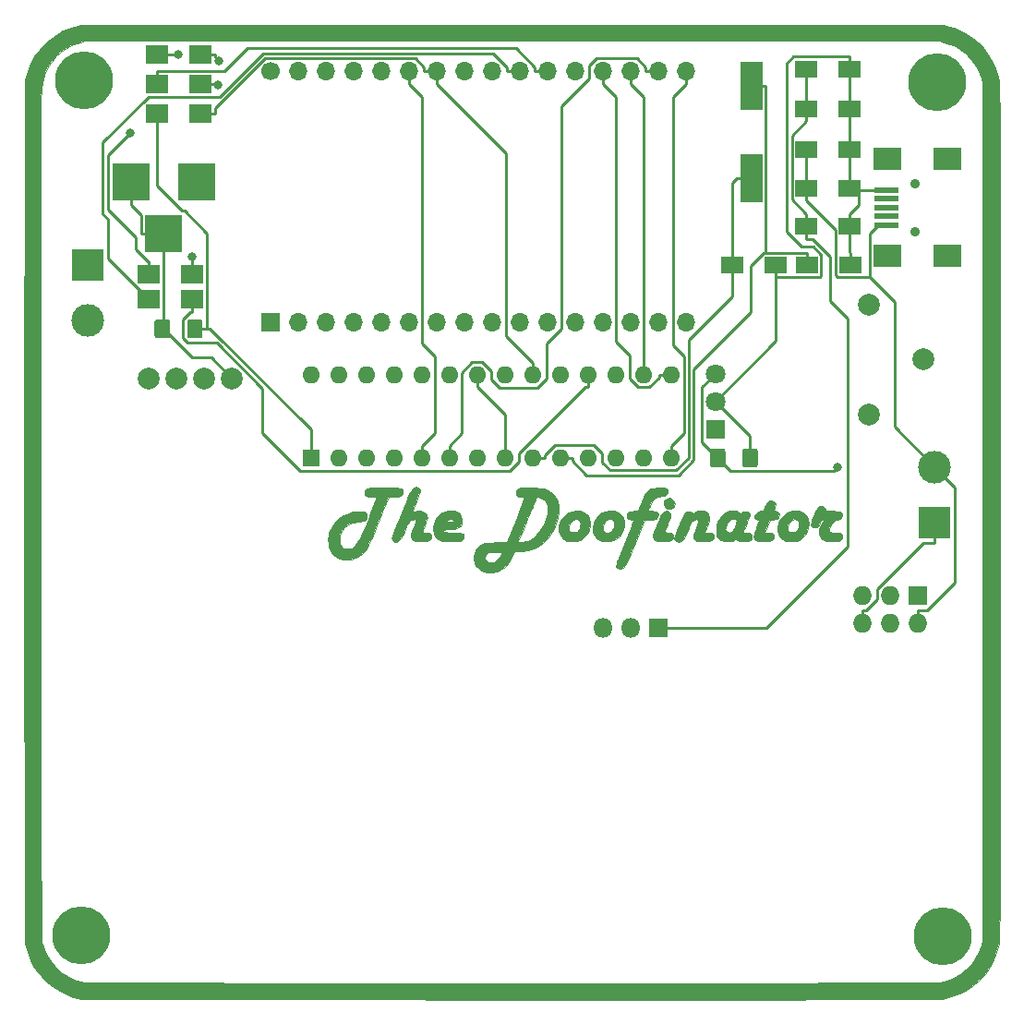
<source format=gbr>
G04 #@! TF.GenerationSoftware,KiCad,Pcbnew,(5.0.2)-1*
G04 #@! TF.CreationDate,2019-08-24T11:33:58-04:00*
G04 #@! TF.ProjectId,doof_PCB,646f6f66-5f50-4434-922e-6b696361645f,rev?*
G04 #@! TF.SameCoordinates,Original*
G04 #@! TF.FileFunction,Copper,L1,Top*
G04 #@! TF.FilePolarity,Positive*
%FSLAX46Y46*%
G04 Gerber Fmt 4.6, Leading zero omitted, Abs format (unit mm)*
G04 Created by KiCad (PCBNEW (5.0.2)-1) date 8/24/2019 11:33:58 AM*
%MOMM*%
%LPD*%
G01*
G04 APERTURE LIST*
G04 #@! TA.AperFunction,EtchedComponent*
%ADD10C,0.010000*%
G04 #@! TD*
G04 #@! TA.AperFunction,ComponentPad*
%ADD11C,2.000000*%
G04 #@! TD*
G04 #@! TA.AperFunction,SMDPad,CuDef*
%ADD12R,2.000000X4.500000*%
G04 #@! TD*
G04 #@! TA.AperFunction,WasherPad*
%ADD13C,5.300000*%
G04 #@! TD*
G04 #@! TA.AperFunction,SMDPad,CuDef*
%ADD14R,2.000000X1.600000*%
G04 #@! TD*
G04 #@! TA.AperFunction,ComponentPad*
%ADD15R,3.500000X3.500000*%
G04 #@! TD*
G04 #@! TA.AperFunction,ComponentPad*
%ADD16R,1.727200X1.727200*%
G04 #@! TD*
G04 #@! TA.AperFunction,ComponentPad*
%ADD17O,1.727200X1.727200*%
G04 #@! TD*
G04 #@! TA.AperFunction,SMDPad,CuDef*
%ADD18R,2.499360X1.998980*%
G04 #@! TD*
G04 #@! TA.AperFunction,ComponentPad*
%ADD19C,0.909320*%
G04 #@! TD*
G04 #@! TA.AperFunction,SMDPad,CuDef*
%ADD20R,2.301240X0.500380*%
G04 #@! TD*
G04 #@! TA.AperFunction,ComponentPad*
%ADD21C,3.000000*%
G04 #@! TD*
G04 #@! TA.AperFunction,ComponentPad*
%ADD22R,3.000000X3.000000*%
G04 #@! TD*
G04 #@! TA.AperFunction,SMDPad,CuDef*
%ADD23R,2.000000X1.700000*%
G04 #@! TD*
G04 #@! TA.AperFunction,ComponentPad*
%ADD24C,1.800000*%
G04 #@! TD*
G04 #@! TA.AperFunction,ComponentPad*
%ADD25R,1.800000X1.800000*%
G04 #@! TD*
G04 #@! TA.AperFunction,ComponentPad*
%ADD26O,1.700000X1.700000*%
G04 #@! TD*
G04 #@! TA.AperFunction,ComponentPad*
%ADD27C,1.700000*%
G04 #@! TD*
G04 #@! TA.AperFunction,ComponentPad*
%ADD28R,1.700000X1.700000*%
G04 #@! TD*
G04 #@! TA.AperFunction,ComponentPad*
%ADD29O,1.800000X1.800000*%
G04 #@! TD*
G04 #@! TA.AperFunction,Conductor*
%ADD30C,0.100000*%
G04 #@! TD*
G04 #@! TA.AperFunction,SMDPad,CuDef*
%ADD31C,1.425000*%
G04 #@! TD*
G04 #@! TA.AperFunction,ComponentPad*
%ADD32R,1.600000X1.600000*%
G04 #@! TD*
G04 #@! TA.AperFunction,ComponentPad*
%ADD33O,1.600000X1.600000*%
G04 #@! TD*
G04 #@! TA.AperFunction,ViaPad*
%ADD34C,0.800000*%
G04 #@! TD*
G04 #@! TA.AperFunction,Conductor*
%ADD35C,0.250000*%
G04 #@! TD*
G04 APERTURE END LIST*
D10*
G04 #@! TO.C,G10*
G36*
X158698091Y-68098461D02*
X158851882Y-68225158D01*
X158943532Y-68419931D01*
X158958845Y-68557292D01*
X158912838Y-68783378D01*
X158791176Y-68951506D01*
X158618397Y-69050169D01*
X158419037Y-69067860D01*
X158217634Y-68993073D01*
X158146126Y-68938422D01*
X158036040Y-68789558D01*
X157968448Y-68605698D01*
X157967670Y-68601388D01*
X157955050Y-68453337D01*
X157994592Y-68343152D01*
X158101861Y-68220388D01*
X158299281Y-68086720D01*
X158505958Y-68049196D01*
X158698091Y-68098461D01*
X158698091Y-68098461D01*
G37*
X158698091Y-68098461D02*
X158851882Y-68225158D01*
X158943532Y-68419931D01*
X158958845Y-68557292D01*
X158912838Y-68783378D01*
X158791176Y-68951506D01*
X158618397Y-69050169D01*
X158419037Y-69067860D01*
X158217634Y-68993073D01*
X158146126Y-68938422D01*
X158036040Y-68789558D01*
X157968448Y-68605698D01*
X157967670Y-68601388D01*
X157955050Y-68453337D01*
X157994592Y-68343152D01*
X158101861Y-68220388D01*
X158299281Y-68086720D01*
X158505958Y-68049196D01*
X158698091Y-68098461D01*
G36*
X172544155Y-68782554D02*
X172673118Y-68917287D01*
X172701328Y-68981761D01*
X172758583Y-69113565D01*
X172815223Y-69191557D01*
X172892562Y-69208808D01*
X173056411Y-69222723D01*
X173280399Y-69231590D01*
X173466619Y-69233891D01*
X173798938Y-69241909D01*
X174034208Y-69269161D01*
X174187545Y-69322125D01*
X174274066Y-69407281D01*
X174308889Y-69531106D01*
X174311734Y-69596096D01*
X174264101Y-69795323D01*
X174122458Y-69933109D01*
X173899527Y-70005883D01*
X173717183Y-70082018D01*
X173524601Y-70235775D01*
X173346529Y-70437447D01*
X173207713Y-70657323D01*
X173132903Y-70865698D01*
X173126400Y-70933979D01*
X173150696Y-71059925D01*
X173234039Y-71143102D01*
X173392114Y-71190533D01*
X173640608Y-71209243D01*
X173743578Y-71210311D01*
X173971490Y-71216746D01*
X174118586Y-71240695D01*
X174216446Y-71289125D01*
X174255289Y-71323200D01*
X174353416Y-71478503D01*
X174341508Y-71642093D01*
X174219014Y-71819370D01*
X174203187Y-71835541D01*
X174126390Y-71908146D01*
X174053201Y-71955403D01*
X173958320Y-71982573D01*
X173816450Y-71994917D01*
X173602291Y-71997697D01*
X173427075Y-71996955D01*
X173164785Y-71991242D01*
X172935880Y-71978611D01*
X172769332Y-71961098D01*
X172703067Y-71946109D01*
X172464274Y-71791535D01*
X172304513Y-71571364D01*
X172225098Y-71301878D01*
X172227342Y-70999354D01*
X172312558Y-70680073D01*
X172482060Y-70360315D01*
X172565899Y-70245777D01*
X172740775Y-70024977D01*
X172572828Y-70024977D01*
X172461225Y-70039999D01*
X172386460Y-70104139D01*
X172317132Y-70246010D01*
X172309571Y-70264866D01*
X172171416Y-70527400D01*
X172008133Y-70694799D01*
X171828950Y-70761850D01*
X171643094Y-70723338D01*
X171573594Y-70680641D01*
X171502899Y-70595910D01*
X171477429Y-70468618D01*
X171499255Y-70285946D01*
X171570443Y-70035075D01*
X171693065Y-69703183D01*
X171756843Y-69545200D01*
X171889708Y-69234372D01*
X171996502Y-69015847D01*
X172085705Y-68874457D01*
X172165796Y-68795032D01*
X172181796Y-68785063D01*
X172369777Y-68734464D01*
X172544155Y-68782554D01*
X172544155Y-68782554D01*
G37*
X172544155Y-68782554D02*
X172673118Y-68917287D01*
X172701328Y-68981761D01*
X172758583Y-69113565D01*
X172815223Y-69191557D01*
X172892562Y-69208808D01*
X173056411Y-69222723D01*
X173280399Y-69231590D01*
X173466619Y-69233891D01*
X173798938Y-69241909D01*
X174034208Y-69269161D01*
X174187545Y-69322125D01*
X174274066Y-69407281D01*
X174308889Y-69531106D01*
X174311734Y-69596096D01*
X174264101Y-69795323D01*
X174122458Y-69933109D01*
X173899527Y-70005883D01*
X173717183Y-70082018D01*
X173524601Y-70235775D01*
X173346529Y-70437447D01*
X173207713Y-70657323D01*
X173132903Y-70865698D01*
X173126400Y-70933979D01*
X173150696Y-71059925D01*
X173234039Y-71143102D01*
X173392114Y-71190533D01*
X173640608Y-71209243D01*
X173743578Y-71210311D01*
X173971490Y-71216746D01*
X174118586Y-71240695D01*
X174216446Y-71289125D01*
X174255289Y-71323200D01*
X174353416Y-71478503D01*
X174341508Y-71642093D01*
X174219014Y-71819370D01*
X174203187Y-71835541D01*
X174126390Y-71908146D01*
X174053201Y-71955403D01*
X173958320Y-71982573D01*
X173816450Y-71994917D01*
X173602291Y-71997697D01*
X173427075Y-71996955D01*
X173164785Y-71991242D01*
X172935880Y-71978611D01*
X172769332Y-71961098D01*
X172703067Y-71946109D01*
X172464274Y-71791535D01*
X172304513Y-71571364D01*
X172225098Y-71301878D01*
X172227342Y-70999354D01*
X172312558Y-70680073D01*
X172482060Y-70360315D01*
X172565899Y-70245777D01*
X172740775Y-70024977D01*
X172572828Y-70024977D01*
X172461225Y-70039999D01*
X172386460Y-70104139D01*
X172317132Y-70246010D01*
X172309571Y-70264866D01*
X172171416Y-70527400D01*
X172008133Y-70694799D01*
X171828950Y-70761850D01*
X171643094Y-70723338D01*
X171573594Y-70680641D01*
X171502899Y-70595910D01*
X171477429Y-70468618D01*
X171499255Y-70285946D01*
X171570443Y-70035075D01*
X171693065Y-69703183D01*
X171756843Y-69545200D01*
X171889708Y-69234372D01*
X171996502Y-69015847D01*
X172085705Y-68874457D01*
X172165796Y-68795032D01*
X172181796Y-68785063D01*
X172369777Y-68734464D01*
X172544155Y-68782554D01*
G36*
X170431872Y-69220354D02*
X170545775Y-69250674D01*
X170728568Y-69352917D01*
X170920244Y-69523065D01*
X171086662Y-69724658D01*
X171193682Y-69921233D01*
X171204152Y-69953809D01*
X171257711Y-70347739D01*
X171213059Y-70751547D01*
X171079282Y-71140017D01*
X170865464Y-71487932D01*
X170580692Y-71770077D01*
X170538712Y-71800766D01*
X170416012Y-71881314D01*
X170304358Y-71932609D01*
X170171984Y-71962028D01*
X169987123Y-71976944D01*
X169749163Y-71984074D01*
X169492499Y-71983977D01*
X169261464Y-71973873D01*
X169091024Y-71955717D01*
X169040066Y-71944424D01*
X168812463Y-71819889D01*
X168611689Y-71611405D01*
X168465421Y-71347908D01*
X168462670Y-71340783D01*
X168402812Y-71064259D01*
X168402067Y-70804669D01*
X169295986Y-70804669D01*
X169298449Y-70848974D01*
X169333705Y-71016753D01*
X169418646Y-71115252D01*
X169457511Y-71137495D01*
X169647476Y-71184660D01*
X169872992Y-71174020D01*
X170021956Y-71131428D01*
X170135123Y-71039628D01*
X170248009Y-70881665D01*
X170334245Y-70701208D01*
X170367068Y-70559927D01*
X170370554Y-70364202D01*
X170345612Y-70236135D01*
X170280502Y-70131735D01*
X170240880Y-70087069D01*
X170134680Y-70001186D01*
X170011462Y-69983047D01*
X169916325Y-69996177D01*
X169663625Y-70095990D01*
X169464890Y-70279347D01*
X169336788Y-70523242D01*
X169295986Y-70804669D01*
X168402067Y-70804669D01*
X168401876Y-70738429D01*
X168456335Y-70408027D01*
X168558443Y-70126098D01*
X168729748Y-69866141D01*
X168965074Y-69616495D01*
X169230468Y-69407799D01*
X169491979Y-69270691D01*
X169515494Y-69262466D01*
X169804833Y-69201478D01*
X170128923Y-69187228D01*
X170431872Y-69220354D01*
X170431872Y-69220354D01*
G37*
X170431872Y-69220354D02*
X170545775Y-69250674D01*
X170728568Y-69352917D01*
X170920244Y-69523065D01*
X171086662Y-69724658D01*
X171193682Y-69921233D01*
X171204152Y-69953809D01*
X171257711Y-70347739D01*
X171213059Y-70751547D01*
X171079282Y-71140017D01*
X170865464Y-71487932D01*
X170580692Y-71770077D01*
X170538712Y-71800766D01*
X170416012Y-71881314D01*
X170304358Y-71932609D01*
X170171984Y-71962028D01*
X169987123Y-71976944D01*
X169749163Y-71984074D01*
X169492499Y-71983977D01*
X169261464Y-71973873D01*
X169091024Y-71955717D01*
X169040066Y-71944424D01*
X168812463Y-71819889D01*
X168611689Y-71611405D01*
X168465421Y-71347908D01*
X168462670Y-71340783D01*
X168402812Y-71064259D01*
X168402067Y-70804669D01*
X169295986Y-70804669D01*
X169298449Y-70848974D01*
X169333705Y-71016753D01*
X169418646Y-71115252D01*
X169457511Y-71137495D01*
X169647476Y-71184660D01*
X169872992Y-71174020D01*
X170021956Y-71131428D01*
X170135123Y-71039628D01*
X170248009Y-70881665D01*
X170334245Y-70701208D01*
X170367068Y-70559927D01*
X170370554Y-70364202D01*
X170345612Y-70236135D01*
X170280502Y-70131735D01*
X170240880Y-70087069D01*
X170134680Y-70001186D01*
X170011462Y-69983047D01*
X169916325Y-69996177D01*
X169663625Y-70095990D01*
X169464890Y-70279347D01*
X169336788Y-70523242D01*
X169295986Y-70804669D01*
X168402067Y-70804669D01*
X168401876Y-70738429D01*
X168456335Y-70408027D01*
X168558443Y-70126098D01*
X168729748Y-69866141D01*
X168965074Y-69616495D01*
X169230468Y-69407799D01*
X169491979Y-69270691D01*
X169515494Y-69262466D01*
X169804833Y-69201478D01*
X170128923Y-69187228D01*
X170431872Y-69220354D01*
G36*
X168040814Y-68317528D02*
X168164379Y-68435691D01*
X168209290Y-68616449D01*
X168170900Y-68846566D01*
X168101698Y-69011226D01*
X167987661Y-69234755D01*
X168177616Y-69234755D01*
X168371838Y-69280181D01*
X168501351Y-69398731D01*
X168554367Y-69563811D01*
X168519098Y-69748830D01*
X168452853Y-69855654D01*
X168348109Y-69940385D01*
X168182495Y-69993449D01*
X168020944Y-70017130D01*
X167690582Y-70053200D01*
X167448796Y-70631755D01*
X167207010Y-71210311D01*
X167542039Y-71210311D01*
X167760563Y-71221085D01*
X167901475Y-71258953D01*
X167986792Y-71320035D01*
X168067341Y-71471782D01*
X168053384Y-71649573D01*
X167949331Y-71825061D01*
X167900631Y-71873533D01*
X167826992Y-71930163D01*
X167742165Y-71967006D01*
X167621283Y-71988234D01*
X167439477Y-71998016D01*
X167171880Y-72000522D01*
X167143289Y-72000533D01*
X166866973Y-71998489D01*
X166678341Y-71989518D01*
X166552218Y-71969356D01*
X166463431Y-71933742D01*
X166386806Y-71878416D01*
X166378095Y-71870992D01*
X166280100Y-71757627D01*
X166233401Y-71618432D01*
X166239245Y-71436769D01*
X166298881Y-71196001D01*
X166413557Y-70879490D01*
X166461341Y-70761293D01*
X166561309Y-70517920D01*
X166646620Y-70309451D01*
X166707333Y-70160233D01*
X166732207Y-70098071D01*
X166710932Y-70039780D01*
X166621854Y-70024977D01*
X166474719Y-69984088D01*
X166390037Y-69921755D01*
X166306090Y-69760451D01*
X166318631Y-69591650D01*
X166414689Y-69435482D01*
X166581295Y-69312078D01*
X166805482Y-69241570D01*
X166830400Y-69238223D01*
X166976039Y-69216958D01*
X167067417Y-69178988D01*
X167132916Y-69098234D01*
X167200919Y-68948620D01*
X167233489Y-68867866D01*
X167383656Y-68568353D01*
X167553333Y-68375625D01*
X167747883Y-68284472D01*
X167843244Y-68275200D01*
X168040814Y-68317528D01*
X168040814Y-68317528D01*
G37*
X168040814Y-68317528D02*
X168164379Y-68435691D01*
X168209290Y-68616449D01*
X168170900Y-68846566D01*
X168101698Y-69011226D01*
X167987661Y-69234755D01*
X168177616Y-69234755D01*
X168371838Y-69280181D01*
X168501351Y-69398731D01*
X168554367Y-69563811D01*
X168519098Y-69748830D01*
X168452853Y-69855654D01*
X168348109Y-69940385D01*
X168182495Y-69993449D01*
X168020944Y-70017130D01*
X167690582Y-70053200D01*
X167448796Y-70631755D01*
X167207010Y-71210311D01*
X167542039Y-71210311D01*
X167760563Y-71221085D01*
X167901475Y-71258953D01*
X167986792Y-71320035D01*
X168067341Y-71471782D01*
X168053384Y-71649573D01*
X167949331Y-71825061D01*
X167900631Y-71873533D01*
X167826992Y-71930163D01*
X167742165Y-71967006D01*
X167621283Y-71988234D01*
X167439477Y-71998016D01*
X167171880Y-72000522D01*
X167143289Y-72000533D01*
X166866973Y-71998489D01*
X166678341Y-71989518D01*
X166552218Y-71969356D01*
X166463431Y-71933742D01*
X166386806Y-71878416D01*
X166378095Y-71870992D01*
X166280100Y-71757627D01*
X166233401Y-71618432D01*
X166239245Y-71436769D01*
X166298881Y-71196001D01*
X166413557Y-70879490D01*
X166461341Y-70761293D01*
X166561309Y-70517920D01*
X166646620Y-70309451D01*
X166707333Y-70160233D01*
X166732207Y-70098071D01*
X166710932Y-70039780D01*
X166621854Y-70024977D01*
X166474719Y-69984088D01*
X166390037Y-69921755D01*
X166306090Y-69760451D01*
X166318631Y-69591650D01*
X166414689Y-69435482D01*
X166581295Y-69312078D01*
X166805482Y-69241570D01*
X166830400Y-69238223D01*
X166976039Y-69216958D01*
X167067417Y-69178988D01*
X167132916Y-69098234D01*
X167200919Y-68948620D01*
X167233489Y-68867866D01*
X167383656Y-68568353D01*
X167553333Y-68375625D01*
X167747883Y-68284472D01*
X167843244Y-68275200D01*
X168040814Y-68317528D01*
G36*
X164573552Y-69212602D02*
X164795390Y-69319364D01*
X165003244Y-69460418D01*
X165124354Y-69347586D01*
X165281031Y-69260964D01*
X165463006Y-69243731D01*
X165638493Y-69286912D01*
X165775701Y-69381531D01*
X165842843Y-69518612D01*
X165845067Y-69551089D01*
X165825460Y-69625268D01*
X165772335Y-69781614D01*
X165694236Y-69997535D01*
X165599708Y-70250438D01*
X165497296Y-70517730D01*
X165395544Y-70776818D01*
X165302996Y-71005110D01*
X165233585Y-71167933D01*
X165273551Y-71191263D01*
X165396389Y-71206655D01*
X165517360Y-71210311D01*
X165794003Y-71239148D01*
X165976229Y-71324896D01*
X166062105Y-71466406D01*
X166069050Y-71538067D01*
X166031783Y-71728934D01*
X165919291Y-71865412D01*
X165722757Y-71952348D01*
X165433363Y-71994592D01*
X165227889Y-72000533D01*
X164984576Y-71995505D01*
X164825887Y-71976882D01*
X164723860Y-71939352D01*
X164665869Y-71893780D01*
X164587873Y-71825595D01*
X164521382Y-71821202D01*
X164417334Y-71880534D01*
X164397758Y-71893408D01*
X164233273Y-71956740D01*
X163998442Y-71993107D01*
X163732705Y-72001819D01*
X163475505Y-71982188D01*
X163266281Y-71933524D01*
X163220400Y-71913976D01*
X163079280Y-71812118D01*
X162939757Y-71663785D01*
X162909956Y-71623063D01*
X162836731Y-71499920D01*
X162793952Y-71373281D01*
X162773908Y-71206932D01*
X162768890Y-70964660D01*
X162768890Y-70960446D01*
X162770447Y-70907239D01*
X163610368Y-70907239D01*
X163668235Y-71076868D01*
X163794863Y-71180017D01*
X163982603Y-71203798D01*
X164169333Y-71157905D01*
X164262877Y-71090505D01*
X164358585Y-70950010D01*
X164467828Y-70719192D01*
X164483452Y-70682051D01*
X164566686Y-70468417D01*
X164628738Y-70283064D01*
X164658583Y-70159649D01*
X164659734Y-70143776D01*
X164610355Y-70022533D01*
X164485350Y-69945856D01*
X164319420Y-69934385D01*
X164310358Y-69935951D01*
X164191942Y-69956667D01*
X164139907Y-69964338D01*
X164068329Y-70009969D01*
X163960797Y-70116387D01*
X163845860Y-70251735D01*
X163752066Y-70384153D01*
X163731504Y-70420088D01*
X163628908Y-70684016D01*
X163610368Y-70907239D01*
X162770447Y-70907239D01*
X162776721Y-70692965D01*
X162806333Y-70489641D01*
X162866997Y-70302437D01*
X162918352Y-70185959D01*
X163121418Y-69846146D01*
X163375027Y-69567476D01*
X163663112Y-69357370D01*
X163969606Y-69223243D01*
X164278442Y-69172514D01*
X164573552Y-69212602D01*
X164573552Y-69212602D01*
G37*
X164573552Y-69212602D02*
X164795390Y-69319364D01*
X165003244Y-69460418D01*
X165124354Y-69347586D01*
X165281031Y-69260964D01*
X165463006Y-69243731D01*
X165638493Y-69286912D01*
X165775701Y-69381531D01*
X165842843Y-69518612D01*
X165845067Y-69551089D01*
X165825460Y-69625268D01*
X165772335Y-69781614D01*
X165694236Y-69997535D01*
X165599708Y-70250438D01*
X165497296Y-70517730D01*
X165395544Y-70776818D01*
X165302996Y-71005110D01*
X165233585Y-71167933D01*
X165273551Y-71191263D01*
X165396389Y-71206655D01*
X165517360Y-71210311D01*
X165794003Y-71239148D01*
X165976229Y-71324896D01*
X166062105Y-71466406D01*
X166069050Y-71538067D01*
X166031783Y-71728934D01*
X165919291Y-71865412D01*
X165722757Y-71952348D01*
X165433363Y-71994592D01*
X165227889Y-72000533D01*
X164984576Y-71995505D01*
X164825887Y-71976882D01*
X164723860Y-71939352D01*
X164665869Y-71893780D01*
X164587873Y-71825595D01*
X164521382Y-71821202D01*
X164417334Y-71880534D01*
X164397758Y-71893408D01*
X164233273Y-71956740D01*
X163998442Y-71993107D01*
X163732705Y-72001819D01*
X163475505Y-71982188D01*
X163266281Y-71933524D01*
X163220400Y-71913976D01*
X163079280Y-71812118D01*
X162939757Y-71663785D01*
X162909956Y-71623063D01*
X162836731Y-71499920D01*
X162793952Y-71373281D01*
X162773908Y-71206932D01*
X162768890Y-70964660D01*
X162768890Y-70960446D01*
X162770447Y-70907239D01*
X163610368Y-70907239D01*
X163668235Y-71076868D01*
X163794863Y-71180017D01*
X163982603Y-71203798D01*
X164169333Y-71157905D01*
X164262877Y-71090505D01*
X164358585Y-70950010D01*
X164467828Y-70719192D01*
X164483452Y-70682051D01*
X164566686Y-70468417D01*
X164628738Y-70283064D01*
X164658583Y-70159649D01*
X164659734Y-70143776D01*
X164610355Y-70022533D01*
X164485350Y-69945856D01*
X164319420Y-69934385D01*
X164310358Y-69935951D01*
X164191942Y-69956667D01*
X164139907Y-69964338D01*
X164068329Y-70009969D01*
X163960797Y-70116387D01*
X163845860Y-70251735D01*
X163752066Y-70384153D01*
X163731504Y-70420088D01*
X163628908Y-70684016D01*
X163610368Y-70907239D01*
X162770447Y-70907239D01*
X162776721Y-70692965D01*
X162806333Y-70489641D01*
X162866997Y-70302437D01*
X162918352Y-70185959D01*
X163121418Y-69846146D01*
X163375027Y-69567476D01*
X163663112Y-69357370D01*
X163969606Y-69223243D01*
X164278442Y-69172514D01*
X164573552Y-69212602D01*
G36*
X158448708Y-69300870D02*
X158507974Y-69348328D01*
X158563577Y-69418232D01*
X158591442Y-69501935D01*
X158588419Y-69615684D01*
X158551356Y-69775731D01*
X158477104Y-69998326D01*
X158362510Y-70299716D01*
X158286119Y-70492508D01*
X158010771Y-71182088D01*
X158301364Y-71197264D01*
X158566771Y-71227436D01*
X158736316Y-71290481D01*
X158824392Y-71395037D01*
X158845956Y-71524040D01*
X158811792Y-71698733D01*
X158738171Y-71839057D01*
X158683522Y-71897172D01*
X158616249Y-71936144D01*
X158513484Y-71960457D01*
X158352362Y-71974596D01*
X158110018Y-71983045D01*
X157990282Y-71985730D01*
X157637687Y-71986109D01*
X157393147Y-71969963D01*
X157253004Y-71937017D01*
X157238590Y-71929285D01*
X157064919Y-71779845D01*
X156990293Y-71602545D01*
X156985084Y-71535051D01*
X157006729Y-71414126D01*
X157067459Y-71213936D01*
X157158393Y-70956099D01*
X157270650Y-70662232D01*
X157395350Y-70353954D01*
X157523610Y-70052884D01*
X157646551Y-69780638D01*
X157755291Y-69558837D01*
X157840950Y-69409097D01*
X157877370Y-69363023D01*
X158058435Y-69259411D01*
X158262459Y-69238377D01*
X158448708Y-69300870D01*
X158448708Y-69300870D01*
G37*
X158448708Y-69300870D02*
X158507974Y-69348328D01*
X158563577Y-69418232D01*
X158591442Y-69501935D01*
X158588419Y-69615684D01*
X158551356Y-69775731D01*
X158477104Y-69998326D01*
X158362510Y-70299716D01*
X158286119Y-70492508D01*
X158010771Y-71182088D01*
X158301364Y-71197264D01*
X158566771Y-71227436D01*
X158736316Y-71290481D01*
X158824392Y-71395037D01*
X158845956Y-71524040D01*
X158811792Y-71698733D01*
X158738171Y-71839057D01*
X158683522Y-71897172D01*
X158616249Y-71936144D01*
X158513484Y-71960457D01*
X158352362Y-71974596D01*
X158110018Y-71983045D01*
X157990282Y-71985730D01*
X157637687Y-71986109D01*
X157393147Y-71969963D01*
X157253004Y-71937017D01*
X157238590Y-71929285D01*
X157064919Y-71779845D01*
X156990293Y-71602545D01*
X156985084Y-71535051D01*
X157006729Y-71414126D01*
X157067459Y-71213936D01*
X157158393Y-70956099D01*
X157270650Y-70662232D01*
X157395350Y-70353954D01*
X157523610Y-70052884D01*
X157646551Y-69780638D01*
X157755291Y-69558837D01*
X157840950Y-69409097D01*
X157877370Y-69363023D01*
X158058435Y-69259411D01*
X158262459Y-69238377D01*
X158448708Y-69300870D01*
G36*
X153346341Y-69189709D02*
X153664214Y-69291113D01*
X153941531Y-69475616D01*
X154161996Y-69741430D01*
X154242773Y-69897223D01*
X154322051Y-70208203D01*
X154316078Y-70549923D01*
X154235285Y-70899677D01*
X154090104Y-71234761D01*
X153890966Y-71532471D01*
X153648302Y-71770099D01*
X153372544Y-71924943D01*
X153300692Y-71947780D01*
X153103424Y-71980059D01*
X152846714Y-71994184D01*
X152568821Y-71991127D01*
X152308006Y-71971861D01*
X152102529Y-71937360D01*
X152034544Y-71915571D01*
X151788065Y-71753257D01*
X151606195Y-71508680D01*
X151495996Y-71196697D01*
X151464527Y-70832161D01*
X151467845Y-70772478D01*
X152354845Y-70772478D01*
X152399856Y-70987558D01*
X152521530Y-71135121D01*
X152699830Y-71205897D01*
X152914716Y-71190615D01*
X153093113Y-71114013D01*
X153256893Y-70964600D01*
X153379125Y-70754286D01*
X153445908Y-70521110D01*
X153443344Y-70303109D01*
X153418036Y-70224766D01*
X153298096Y-70066063D01*
X153137618Y-69994067D01*
X152955088Y-69999252D01*
X152768993Y-70072095D01*
X152597819Y-70203074D01*
X152460052Y-70382664D01*
X152374179Y-70601343D01*
X152354845Y-70772478D01*
X151467845Y-70772478D01*
X151470296Y-70728416D01*
X151523808Y-70390007D01*
X151632608Y-70107456D01*
X151814724Y-69843756D01*
X151995235Y-69650807D01*
X152312359Y-69401951D01*
X152654117Y-69243341D01*
X153004209Y-69173189D01*
X153346341Y-69189709D01*
X153346341Y-69189709D01*
G37*
X153346341Y-69189709D02*
X153664214Y-69291113D01*
X153941531Y-69475616D01*
X154161996Y-69741430D01*
X154242773Y-69897223D01*
X154322051Y-70208203D01*
X154316078Y-70549923D01*
X154235285Y-70899677D01*
X154090104Y-71234761D01*
X153890966Y-71532471D01*
X153648302Y-71770099D01*
X153372544Y-71924943D01*
X153300692Y-71947780D01*
X153103424Y-71980059D01*
X152846714Y-71994184D01*
X152568821Y-71991127D01*
X152308006Y-71971861D01*
X152102529Y-71937360D01*
X152034544Y-71915571D01*
X151788065Y-71753257D01*
X151606195Y-71508680D01*
X151495996Y-71196697D01*
X151464527Y-70832161D01*
X151467845Y-70772478D01*
X152354845Y-70772478D01*
X152399856Y-70987558D01*
X152521530Y-71135121D01*
X152699830Y-71205897D01*
X152914716Y-71190615D01*
X153093113Y-71114013D01*
X153256893Y-70964600D01*
X153379125Y-70754286D01*
X153445908Y-70521110D01*
X153443344Y-70303109D01*
X153418036Y-70224766D01*
X153298096Y-70066063D01*
X153137618Y-69994067D01*
X152955088Y-69999252D01*
X152768993Y-70072095D01*
X152597819Y-70203074D01*
X152460052Y-70382664D01*
X152374179Y-70601343D01*
X152354845Y-70772478D01*
X151467845Y-70772478D01*
X151470296Y-70728416D01*
X151523808Y-70390007D01*
X151632608Y-70107456D01*
X151814724Y-69843756D01*
X151995235Y-69650807D01*
X152312359Y-69401951D01*
X152654117Y-69243341D01*
X153004209Y-69173189D01*
X153346341Y-69189709D01*
G36*
X150252003Y-69203845D02*
X150547794Y-69287402D01*
X150806605Y-69438375D01*
X151013882Y-69656445D01*
X151155076Y-69941291D01*
X151208527Y-70195513D01*
X151200992Y-70570860D01*
X151108430Y-70948443D01*
X150943771Y-71301991D01*
X150719947Y-71605235D01*
X150449890Y-71831904D01*
X150384522Y-71869432D01*
X150234972Y-71937402D01*
X150081730Y-71976700D01*
X149887069Y-71993818D01*
X149650745Y-71995681D01*
X149405919Y-71987756D01*
X149185819Y-71971009D01*
X149029177Y-71948650D01*
X149002289Y-71941919D01*
X148758442Y-71813672D01*
X148566927Y-71602863D01*
X148433167Y-71329612D01*
X148362587Y-71014039D01*
X148361391Y-70809686D01*
X149250400Y-70809686D01*
X149264559Y-70970522D01*
X149322353Y-71066762D01*
X149405623Y-71123061D01*
X149616310Y-71182995D01*
X149862468Y-71167526D01*
X149995688Y-71126611D01*
X150128587Y-71019565D01*
X150239302Y-70837498D01*
X150314958Y-70617895D01*
X150342679Y-70398241D01*
X150309588Y-70216019D01*
X150308957Y-70214623D01*
X150189702Y-70055291D01*
X150031883Y-69984168D01*
X149852944Y-69991451D01*
X149670327Y-70067333D01*
X149501476Y-70202008D01*
X149363833Y-70385671D01*
X149274843Y-70608516D01*
X149250400Y-70809686D01*
X148361391Y-70809686D01*
X148360609Y-70676263D01*
X148432659Y-70336406D01*
X148515508Y-70136206D01*
X148727614Y-69808532D01*
X148990045Y-69550197D01*
X149288250Y-69360881D01*
X149607679Y-69240264D01*
X149933781Y-69188026D01*
X150252003Y-69203845D01*
X150252003Y-69203845D01*
G37*
X150252003Y-69203845D02*
X150547794Y-69287402D01*
X150806605Y-69438375D01*
X151013882Y-69656445D01*
X151155076Y-69941291D01*
X151208527Y-70195513D01*
X151200992Y-70570860D01*
X151108430Y-70948443D01*
X150943771Y-71301991D01*
X150719947Y-71605235D01*
X150449890Y-71831904D01*
X150384522Y-71869432D01*
X150234972Y-71937402D01*
X150081730Y-71976700D01*
X149887069Y-71993818D01*
X149650745Y-71995681D01*
X149405919Y-71987756D01*
X149185819Y-71971009D01*
X149029177Y-71948650D01*
X149002289Y-71941919D01*
X148758442Y-71813672D01*
X148566927Y-71602863D01*
X148433167Y-71329612D01*
X148362587Y-71014039D01*
X148361391Y-70809686D01*
X149250400Y-70809686D01*
X149264559Y-70970522D01*
X149322353Y-71066762D01*
X149405623Y-71123061D01*
X149616310Y-71182995D01*
X149862468Y-71167526D01*
X149995688Y-71126611D01*
X150128587Y-71019565D01*
X150239302Y-70837498D01*
X150314958Y-70617895D01*
X150342679Y-70398241D01*
X150309588Y-70216019D01*
X150308957Y-70214623D01*
X150189702Y-70055291D01*
X150031883Y-69984168D01*
X149852944Y-69991451D01*
X149670327Y-70067333D01*
X149501476Y-70202008D01*
X149363833Y-70385671D01*
X149274843Y-70608516D01*
X149250400Y-70809686D01*
X148361391Y-70809686D01*
X148360609Y-70676263D01*
X148432659Y-70336406D01*
X148515508Y-70136206D01*
X148727614Y-69808532D01*
X148990045Y-69550197D01*
X149288250Y-69360881D01*
X149607679Y-69240264D01*
X149933781Y-69188026D01*
X150252003Y-69203845D01*
G36*
X138685719Y-69201455D02*
X138997660Y-69294282D01*
X139236408Y-69461947D01*
X139394244Y-69698280D01*
X139463445Y-69997112D01*
X139465335Y-70114201D01*
X139425373Y-70392984D01*
X139320353Y-70606114D01*
X139141233Y-70759740D01*
X138878966Y-70860009D01*
X138524510Y-70913069D01*
X138273090Y-70924636D01*
X138034407Y-70930471D01*
X137842753Y-70937705D01*
X137722884Y-70945257D01*
X137695118Y-70949890D01*
X137712478Y-71000300D01*
X137759898Y-71073320D01*
X137802451Y-71116513D01*
X137869449Y-71148030D01*
X137979370Y-71170660D01*
X138150698Y-71187195D01*
X138401912Y-71200425D01*
X138667141Y-71210311D01*
X138993792Y-71222870D01*
X139226082Y-71236513D01*
X139382525Y-71254048D01*
X139481636Y-71278285D01*
X139541929Y-71312037D01*
X139574892Y-71348099D01*
X139647568Y-71510715D01*
X139616806Y-71671089D01*
X139489853Y-71835541D01*
X139324862Y-72000533D01*
X138487964Y-71996077D01*
X138177532Y-71990562D01*
X137894730Y-71978446D01*
X137664838Y-71961322D01*
X137513135Y-71940786D01*
X137481734Y-71932590D01*
X137201350Y-71780524D01*
X136999705Y-71550041D01*
X136879657Y-71246306D01*
X136844066Y-70874488D01*
X136847669Y-70786977D01*
X136918695Y-70354912D01*
X136974394Y-70225323D01*
X137923338Y-70225323D01*
X137952996Y-70246777D01*
X138057789Y-70247854D01*
X138244356Y-70233090D01*
X138433417Y-70215600D01*
X138570631Y-70202549D01*
X138624734Y-70196942D01*
X138637358Y-70148234D01*
X138638845Y-70110719D01*
X138593224Y-70026740D01*
X138476642Y-69989351D01*
X138319521Y-69995489D01*
X138152283Y-70042091D01*
X138005350Y-70126093D01*
X137949894Y-70180087D01*
X137923338Y-70225323D01*
X136974394Y-70225323D01*
X137078042Y-69984182D01*
X137333549Y-69656957D01*
X137353435Y-69637004D01*
X137639868Y-69400245D01*
X137938667Y-69257294D01*
X138285412Y-69191480D01*
X138308308Y-69189636D01*
X138685719Y-69201455D01*
X138685719Y-69201455D01*
G37*
X138685719Y-69201455D02*
X138997660Y-69294282D01*
X139236408Y-69461947D01*
X139394244Y-69698280D01*
X139463445Y-69997112D01*
X139465335Y-70114201D01*
X139425373Y-70392984D01*
X139320353Y-70606114D01*
X139141233Y-70759740D01*
X138878966Y-70860009D01*
X138524510Y-70913069D01*
X138273090Y-70924636D01*
X138034407Y-70930471D01*
X137842753Y-70937705D01*
X137722884Y-70945257D01*
X137695118Y-70949890D01*
X137712478Y-71000300D01*
X137759898Y-71073320D01*
X137802451Y-71116513D01*
X137869449Y-71148030D01*
X137979370Y-71170660D01*
X138150698Y-71187195D01*
X138401912Y-71200425D01*
X138667141Y-71210311D01*
X138993792Y-71222870D01*
X139226082Y-71236513D01*
X139382525Y-71254048D01*
X139481636Y-71278285D01*
X139541929Y-71312037D01*
X139574892Y-71348099D01*
X139647568Y-71510715D01*
X139616806Y-71671089D01*
X139489853Y-71835541D01*
X139324862Y-72000533D01*
X138487964Y-71996077D01*
X138177532Y-71990562D01*
X137894730Y-71978446D01*
X137664838Y-71961322D01*
X137513135Y-71940786D01*
X137481734Y-71932590D01*
X137201350Y-71780524D01*
X136999705Y-71550041D01*
X136879657Y-71246306D01*
X136844066Y-70874488D01*
X136847669Y-70786977D01*
X136918695Y-70354912D01*
X136974394Y-70225323D01*
X137923338Y-70225323D01*
X137952996Y-70246777D01*
X138057789Y-70247854D01*
X138244356Y-70233090D01*
X138433417Y-70215600D01*
X138570631Y-70202549D01*
X138624734Y-70196942D01*
X138637358Y-70148234D01*
X138638845Y-70110719D01*
X138593224Y-70026740D01*
X138476642Y-69989351D01*
X138319521Y-69995489D01*
X138152283Y-70042091D01*
X138005350Y-70126093D01*
X137949894Y-70180087D01*
X137923338Y-70225323D01*
X136974394Y-70225323D01*
X137078042Y-69984182D01*
X137333549Y-69656957D01*
X137353435Y-69637004D01*
X137639868Y-69400245D01*
X137938667Y-69257294D01*
X138285412Y-69191480D01*
X138308308Y-69189636D01*
X138685719Y-69201455D01*
G36*
X161717215Y-69236973D02*
X161934063Y-69365467D01*
X162088916Y-69557590D01*
X162159142Y-69786378D01*
X162158005Y-69928830D01*
X162120595Y-70110315D01*
X162041113Y-70353297D01*
X161954378Y-70579437D01*
X161861658Y-70814487D01*
X161786855Y-71008527D01*
X161738518Y-71139089D01*
X161724623Y-71183223D01*
X161775886Y-71197586D01*
X161908993Y-71207408D01*
X162059257Y-71210311D01*
X162310376Y-71229223D01*
X162469184Y-71293158D01*
X162550947Y-71412913D01*
X162571289Y-71572483D01*
X162553026Y-71728956D01*
X162488111Y-71840948D01*
X162361350Y-71916153D01*
X162157555Y-71962264D01*
X161861533Y-71986974D01*
X161743563Y-71991660D01*
X161414339Y-71998611D01*
X161177531Y-71991755D01*
X161013094Y-71967102D01*
X160900983Y-71920661D01*
X160821152Y-71848442D01*
X160786948Y-71801221D01*
X160730377Y-71696830D01*
X160705258Y-71587284D01*
X160714686Y-71451738D01*
X160761759Y-71269345D01*
X160849574Y-71019261D01*
X160936691Y-70793408D01*
X161049281Y-70493438D01*
X161113105Y-70279914D01*
X161127893Y-70137340D01*
X161093372Y-70050220D01*
X161009272Y-70003058D01*
X160922555Y-69985761D01*
X160755150Y-70007568D01*
X160595247Y-70123094D01*
X160437803Y-70338059D01*
X160277775Y-70658181D01*
X160230546Y-70770562D01*
X160064375Y-71173491D01*
X159929146Y-71482876D01*
X159816214Y-71710895D01*
X159716935Y-71869725D01*
X159622663Y-71971541D01*
X159524754Y-72028522D01*
X159414563Y-72052843D01*
X159317271Y-72056977D01*
X159131843Y-72011840D01*
X159024846Y-71915195D01*
X158945364Y-71754656D01*
X158945532Y-71650235D01*
X158983202Y-71536110D01*
X159055134Y-71343138D01*
X159152973Y-71091737D01*
X159268368Y-70802322D01*
X159392964Y-70495311D01*
X159518409Y-70191118D01*
X159636350Y-69910161D01*
X159738433Y-69672855D01*
X159816305Y-69499618D01*
X159861614Y-69410865D01*
X159861956Y-69410351D01*
X159997482Y-69299040D01*
X160187039Y-69247740D01*
X160386022Y-69261554D01*
X160535589Y-69333297D01*
X160622290Y-69397162D01*
X160693210Y-69411489D01*
X160789880Y-69373794D01*
X160901605Y-69311411D01*
X161180296Y-69202131D01*
X161459063Y-69179923D01*
X161717215Y-69236973D01*
X161717215Y-69236973D01*
G37*
X161717215Y-69236973D02*
X161934063Y-69365467D01*
X162088916Y-69557590D01*
X162159142Y-69786378D01*
X162158005Y-69928830D01*
X162120595Y-70110315D01*
X162041113Y-70353297D01*
X161954378Y-70579437D01*
X161861658Y-70814487D01*
X161786855Y-71008527D01*
X161738518Y-71139089D01*
X161724623Y-71183223D01*
X161775886Y-71197586D01*
X161908993Y-71207408D01*
X162059257Y-71210311D01*
X162310376Y-71229223D01*
X162469184Y-71293158D01*
X162550947Y-71412913D01*
X162571289Y-71572483D01*
X162553026Y-71728956D01*
X162488111Y-71840948D01*
X162361350Y-71916153D01*
X162157555Y-71962264D01*
X161861533Y-71986974D01*
X161743563Y-71991660D01*
X161414339Y-71998611D01*
X161177531Y-71991755D01*
X161013094Y-71967102D01*
X160900983Y-71920661D01*
X160821152Y-71848442D01*
X160786948Y-71801221D01*
X160730377Y-71696830D01*
X160705258Y-71587284D01*
X160714686Y-71451738D01*
X160761759Y-71269345D01*
X160849574Y-71019261D01*
X160936691Y-70793408D01*
X161049281Y-70493438D01*
X161113105Y-70279914D01*
X161127893Y-70137340D01*
X161093372Y-70050220D01*
X161009272Y-70003058D01*
X160922555Y-69985761D01*
X160755150Y-70007568D01*
X160595247Y-70123094D01*
X160437803Y-70338059D01*
X160277775Y-70658181D01*
X160230546Y-70770562D01*
X160064375Y-71173491D01*
X159929146Y-71482876D01*
X159816214Y-71710895D01*
X159716935Y-71869725D01*
X159622663Y-71971541D01*
X159524754Y-72028522D01*
X159414563Y-72052843D01*
X159317271Y-72056977D01*
X159131843Y-72011840D01*
X159024846Y-71915195D01*
X158945364Y-71754656D01*
X158945532Y-71650235D01*
X158983202Y-71536110D01*
X159055134Y-71343138D01*
X159152973Y-71091737D01*
X159268368Y-70802322D01*
X159392964Y-70495311D01*
X159518409Y-70191118D01*
X159636350Y-69910161D01*
X159738433Y-69672855D01*
X159816305Y-69499618D01*
X159861614Y-69410865D01*
X159861956Y-69410351D01*
X159997482Y-69299040D01*
X160187039Y-69247740D01*
X160386022Y-69261554D01*
X160535589Y-69333297D01*
X160622290Y-69397162D01*
X160693210Y-69411489D01*
X160789880Y-69373794D01*
X160901605Y-69311411D01*
X161180296Y-69202131D01*
X161459063Y-69179923D01*
X161717215Y-69236973D01*
G36*
X135419962Y-67073877D02*
X135559671Y-67174160D01*
X135640223Y-67302646D01*
X135647289Y-67350107D01*
X135626891Y-67430393D01*
X135570364Y-67595953D01*
X135484707Y-67827738D01*
X135376919Y-68106697D01*
X135280400Y-68348695D01*
X135160624Y-68647375D01*
X135057226Y-68909705D01*
X134977100Y-69117829D01*
X134927138Y-69253894D01*
X134913511Y-69299130D01*
X134958831Y-69307474D01*
X135071449Y-69275087D01*
X135109254Y-69260097D01*
X135389726Y-69189190D01*
X135662806Y-69201294D01*
X135907788Y-69286098D01*
X136103965Y-69433290D01*
X136230630Y-69632561D01*
X136268178Y-69837162D01*
X136243988Y-69990637D01*
X136173818Y-70234729D01*
X136061274Y-70558639D01*
X135909958Y-70951565D01*
X135833580Y-71139755D01*
X135849408Y-71181372D01*
X135949408Y-71203801D01*
X136140502Y-71210311D01*
X136404593Y-71235357D01*
X136573550Y-71313270D01*
X136654077Y-71448212D01*
X136663289Y-71534694D01*
X136640321Y-71708859D01*
X136563007Y-71836277D01*
X136418731Y-71922935D01*
X136194880Y-71974818D01*
X135878837Y-71997912D01*
X135681462Y-72000533D01*
X135410853Y-71998369D01*
X135227099Y-71988805D01*
X135104198Y-71967233D01*
X135016150Y-71929043D01*
X134936956Y-71869628D01*
X134935402Y-71868293D01*
X134834850Y-71747866D01*
X134793045Y-71598051D01*
X134810937Y-71401594D01*
X134889477Y-71141240D01*
X134989132Y-70892778D01*
X135125583Y-70554000D01*
X135204239Y-70303480D01*
X135224589Y-70132200D01*
X135186121Y-70031143D01*
X135088326Y-69991292D01*
X134938650Y-70002156D01*
X134813386Y-70035069D01*
X134706420Y-70093308D01*
X134608007Y-70191008D01*
X134508402Y-70342307D01*
X134397863Y-70561339D01*
X134266644Y-70862242D01*
X134150851Y-71145062D01*
X133992520Y-71507049D01*
X133847311Y-71768646D01*
X133706923Y-71940303D01*
X133563055Y-72032467D01*
X133427060Y-72056113D01*
X133282103Y-72043183D01*
X133187132Y-72013780D01*
X133073974Y-71875857D01*
X133037077Y-71693845D01*
X133050484Y-71610167D01*
X133082280Y-71521635D01*
X133151066Y-71343057D01*
X133251036Y-71088849D01*
X133376384Y-70773428D01*
X133521303Y-70411210D01*
X133679988Y-70016611D01*
X133846632Y-69604047D01*
X134015428Y-69187936D01*
X134180572Y-68782693D01*
X134336256Y-68402734D01*
X134476675Y-68062476D01*
X134558712Y-67865355D01*
X134708185Y-67532195D01*
X134841441Y-67295507D01*
X134969506Y-67142207D01*
X135103402Y-67059215D01*
X135254155Y-67033448D01*
X135259790Y-67033422D01*
X135419962Y-67073877D01*
X135419962Y-67073877D01*
G37*
X135419962Y-67073877D02*
X135559671Y-67174160D01*
X135640223Y-67302646D01*
X135647289Y-67350107D01*
X135626891Y-67430393D01*
X135570364Y-67595953D01*
X135484707Y-67827738D01*
X135376919Y-68106697D01*
X135280400Y-68348695D01*
X135160624Y-68647375D01*
X135057226Y-68909705D01*
X134977100Y-69117829D01*
X134927138Y-69253894D01*
X134913511Y-69299130D01*
X134958831Y-69307474D01*
X135071449Y-69275087D01*
X135109254Y-69260097D01*
X135389726Y-69189190D01*
X135662806Y-69201294D01*
X135907788Y-69286098D01*
X136103965Y-69433290D01*
X136230630Y-69632561D01*
X136268178Y-69837162D01*
X136243988Y-69990637D01*
X136173818Y-70234729D01*
X136061274Y-70558639D01*
X135909958Y-70951565D01*
X135833580Y-71139755D01*
X135849408Y-71181372D01*
X135949408Y-71203801D01*
X136140502Y-71210311D01*
X136404593Y-71235357D01*
X136573550Y-71313270D01*
X136654077Y-71448212D01*
X136663289Y-71534694D01*
X136640321Y-71708859D01*
X136563007Y-71836277D01*
X136418731Y-71922935D01*
X136194880Y-71974818D01*
X135878837Y-71997912D01*
X135681462Y-72000533D01*
X135410853Y-71998369D01*
X135227099Y-71988805D01*
X135104198Y-71967233D01*
X135016150Y-71929043D01*
X134936956Y-71869628D01*
X134935402Y-71868293D01*
X134834850Y-71747866D01*
X134793045Y-71598051D01*
X134810937Y-71401594D01*
X134889477Y-71141240D01*
X134989132Y-70892778D01*
X135125583Y-70554000D01*
X135204239Y-70303480D01*
X135224589Y-70132200D01*
X135186121Y-70031143D01*
X135088326Y-69991292D01*
X134938650Y-70002156D01*
X134813386Y-70035069D01*
X134706420Y-70093308D01*
X134608007Y-70191008D01*
X134508402Y-70342307D01*
X134397863Y-70561339D01*
X134266644Y-70862242D01*
X134150851Y-71145062D01*
X133992520Y-71507049D01*
X133847311Y-71768646D01*
X133706923Y-71940303D01*
X133563055Y-72032467D01*
X133427060Y-72056113D01*
X133282103Y-72043183D01*
X133187132Y-72013780D01*
X133073974Y-71875857D01*
X133037077Y-71693845D01*
X133050484Y-71610167D01*
X133082280Y-71521635D01*
X133151066Y-71343057D01*
X133251036Y-71088849D01*
X133376384Y-70773428D01*
X133521303Y-70411210D01*
X133679988Y-70016611D01*
X133846632Y-69604047D01*
X134015428Y-69187936D01*
X134180572Y-68782693D01*
X134336256Y-68402734D01*
X134476675Y-68062476D01*
X134558712Y-67865355D01*
X134708185Y-67532195D01*
X134841441Y-67295507D01*
X134969506Y-67142207D01*
X135103402Y-67059215D01*
X135254155Y-67033448D01*
X135259790Y-67033422D01*
X135419962Y-67073877D01*
G36*
X132353290Y-67091924D02*
X132832241Y-67094117D01*
X133210246Y-67098942D01*
X133499245Y-67108955D01*
X133711180Y-67126712D01*
X133857993Y-67154767D01*
X133951625Y-67195677D01*
X134004019Y-67251997D01*
X134027114Y-67326283D01*
X134032855Y-67421091D01*
X134032978Y-67451396D01*
X134011725Y-67635705D01*
X133938128Y-67766482D01*
X133797432Y-67852720D01*
X133574880Y-67903414D01*
X133255716Y-67927559D01*
X133251577Y-67927712D01*
X132721486Y-67947113D01*
X132173946Y-69310601D01*
X131902286Y-69985768D01*
X131667751Y-70564748D01*
X131466117Y-71056397D01*
X131293164Y-71469575D01*
X131144669Y-71813137D01*
X131016412Y-72095943D01*
X130904171Y-72326849D01*
X130803725Y-72514714D01*
X130710851Y-72668395D01*
X130621330Y-72796749D01*
X130530938Y-72908634D01*
X130435455Y-73012908D01*
X130384809Y-73064634D01*
X130052367Y-73348788D01*
X129704567Y-73537188D01*
X129312076Y-73642633D01*
X128987898Y-73674264D01*
X128713089Y-73679505D01*
X128506958Y-73663144D01*
X128326464Y-73619803D01*
X128208000Y-73576802D01*
X127890492Y-73398561D01*
X127603759Y-73141107D01*
X127382798Y-72838033D01*
X127330641Y-72734545D01*
X127251846Y-72473844D01*
X127207405Y-72146569D01*
X127198969Y-71794192D01*
X127228190Y-71458189D01*
X127271754Y-71255558D01*
X127467515Y-70778442D01*
X127759699Y-70346475D01*
X128137587Y-69969248D01*
X128590457Y-69656356D01*
X129107590Y-69417393D01*
X129440995Y-69314325D01*
X129742537Y-69258688D01*
X130041478Y-69241146D01*
X130309805Y-69260175D01*
X130519504Y-69314253D01*
X130623195Y-69378617D01*
X130736877Y-69565744D01*
X130749381Y-69781442D01*
X130701712Y-69922199D01*
X130657352Y-70000104D01*
X130602865Y-70056542D01*
X130516954Y-70099874D01*
X130378322Y-70138460D01*
X130165673Y-70180659D01*
X129943056Y-70220013D01*
X129449039Y-70337610D01*
X129047443Y-70506119D01*
X128726507Y-70732977D01*
X128474470Y-71025621D01*
X128358487Y-71222080D01*
X128273643Y-71459183D01*
X128230962Y-71735361D01*
X128231489Y-72011487D01*
X128276271Y-72248438D01*
X128328070Y-72360595D01*
X128466278Y-72529607D01*
X128630864Y-72636329D01*
X128845490Y-72688806D01*
X129133815Y-72695082D01*
X129284387Y-72685733D01*
X129405816Y-72631935D01*
X129562920Y-72499760D01*
X129737470Y-72310022D01*
X129911241Y-72083533D01*
X130066005Y-71841108D01*
X130131609Y-71718311D01*
X130205596Y-71558847D01*
X130314075Y-71311530D01*
X130449858Y-70993420D01*
X130605755Y-70621575D01*
X130774577Y-70213054D01*
X130949135Y-69784916D01*
X131011755Y-69629866D01*
X131682477Y-67964755D01*
X131189668Y-67936533D01*
X130895855Y-67910786D01*
X130697911Y-67867427D01*
X130579155Y-67797605D01*
X130522908Y-67692470D01*
X130511709Y-67576844D01*
X130526991Y-67416019D01*
X130588743Y-67303640D01*
X130723774Y-67192884D01*
X130736623Y-67184010D01*
X130790497Y-67154336D01*
X130864245Y-67131446D01*
X130971701Y-67114552D01*
X131126703Y-67102866D01*
X131343087Y-67095600D01*
X131634689Y-67091965D01*
X132015345Y-67091173D01*
X132353290Y-67091924D01*
X132353290Y-67091924D01*
G37*
X132353290Y-67091924D02*
X132832241Y-67094117D01*
X133210246Y-67098942D01*
X133499245Y-67108955D01*
X133711180Y-67126712D01*
X133857993Y-67154767D01*
X133951625Y-67195677D01*
X134004019Y-67251997D01*
X134027114Y-67326283D01*
X134032855Y-67421091D01*
X134032978Y-67451396D01*
X134011725Y-67635705D01*
X133938128Y-67766482D01*
X133797432Y-67852720D01*
X133574880Y-67903414D01*
X133255716Y-67927559D01*
X133251577Y-67927712D01*
X132721486Y-67947113D01*
X132173946Y-69310601D01*
X131902286Y-69985768D01*
X131667751Y-70564748D01*
X131466117Y-71056397D01*
X131293164Y-71469575D01*
X131144669Y-71813137D01*
X131016412Y-72095943D01*
X130904171Y-72326849D01*
X130803725Y-72514714D01*
X130710851Y-72668395D01*
X130621330Y-72796749D01*
X130530938Y-72908634D01*
X130435455Y-73012908D01*
X130384809Y-73064634D01*
X130052367Y-73348788D01*
X129704567Y-73537188D01*
X129312076Y-73642633D01*
X128987898Y-73674264D01*
X128713089Y-73679505D01*
X128506958Y-73663144D01*
X128326464Y-73619803D01*
X128208000Y-73576802D01*
X127890492Y-73398561D01*
X127603759Y-73141107D01*
X127382798Y-72838033D01*
X127330641Y-72734545D01*
X127251846Y-72473844D01*
X127207405Y-72146569D01*
X127198969Y-71794192D01*
X127228190Y-71458189D01*
X127271754Y-71255558D01*
X127467515Y-70778442D01*
X127759699Y-70346475D01*
X128137587Y-69969248D01*
X128590457Y-69656356D01*
X129107590Y-69417393D01*
X129440995Y-69314325D01*
X129742537Y-69258688D01*
X130041478Y-69241146D01*
X130309805Y-69260175D01*
X130519504Y-69314253D01*
X130623195Y-69378617D01*
X130736877Y-69565744D01*
X130749381Y-69781442D01*
X130701712Y-69922199D01*
X130657352Y-70000104D01*
X130602865Y-70056542D01*
X130516954Y-70099874D01*
X130378322Y-70138460D01*
X130165673Y-70180659D01*
X129943056Y-70220013D01*
X129449039Y-70337610D01*
X129047443Y-70506119D01*
X128726507Y-70732977D01*
X128474470Y-71025621D01*
X128358487Y-71222080D01*
X128273643Y-71459183D01*
X128230962Y-71735361D01*
X128231489Y-72011487D01*
X128276271Y-72248438D01*
X128328070Y-72360595D01*
X128466278Y-72529607D01*
X128630864Y-72636329D01*
X128845490Y-72688806D01*
X129133815Y-72695082D01*
X129284387Y-72685733D01*
X129405816Y-72631935D01*
X129562920Y-72499760D01*
X129737470Y-72310022D01*
X129911241Y-72083533D01*
X130066005Y-71841108D01*
X130131609Y-71718311D01*
X130205596Y-71558847D01*
X130314075Y-71311530D01*
X130449858Y-70993420D01*
X130605755Y-70621575D01*
X130774577Y-70213054D01*
X130949135Y-69784916D01*
X131011755Y-69629866D01*
X131682477Y-67964755D01*
X131189668Y-67936533D01*
X130895855Y-67910786D01*
X130697911Y-67867427D01*
X130579155Y-67797605D01*
X130522908Y-67692470D01*
X130511709Y-67576844D01*
X130526991Y-67416019D01*
X130588743Y-67303640D01*
X130723774Y-67192884D01*
X130736623Y-67184010D01*
X130790497Y-67154336D01*
X130864245Y-67131446D01*
X130971701Y-67114552D01*
X131126703Y-67102866D01*
X131343087Y-67095600D01*
X131634689Y-67091965D01*
X132015345Y-67091173D01*
X132353290Y-67091924D01*
G36*
X157863562Y-67093586D02*
X158028893Y-67108077D01*
X158135706Y-67138337D01*
X158211112Y-67189361D01*
X158225067Y-67202755D01*
X158316772Y-67327317D01*
X158329774Y-67463482D01*
X158285012Y-67616881D01*
X158193393Y-67735328D01*
X158015285Y-67821752D01*
X157740998Y-67879972D01*
X157568425Y-67899373D01*
X157363638Y-67929054D01*
X157200259Y-67987025D01*
X157064278Y-68088482D01*
X156941682Y-68248621D01*
X156818462Y-68482638D01*
X156680607Y-68805728D01*
X156641023Y-68905221D01*
X156579611Y-69065570D01*
X156539963Y-69177821D01*
X156531734Y-69208622D01*
X156582767Y-69223011D01*
X156714263Y-69232503D01*
X156838504Y-69234755D01*
X157138996Y-69255296D01*
X157338008Y-69319318D01*
X157439670Y-69430415D01*
X157448109Y-69592184D01*
X157404819Y-69727975D01*
X157346948Y-69844668D01*
X157274702Y-69922778D01*
X157164562Y-69971897D01*
X156993014Y-70001618D01*
X156736540Y-70021535D01*
X156676723Y-70024977D01*
X156172601Y-70053200D01*
X155334403Y-72141644D01*
X155110020Y-72697874D01*
X154921858Y-73157480D01*
X154765939Y-73529327D01*
X154638287Y-73822281D01*
X154534922Y-74045205D01*
X154451869Y-74206967D01*
X154385149Y-74316430D01*
X154330785Y-74382459D01*
X154327745Y-74385311D01*
X154130872Y-74509147D01*
X153930009Y-74535083D01*
X153748863Y-74461616D01*
X153706584Y-74424716D01*
X153616436Y-74266517D01*
X153614782Y-74156523D01*
X153640988Y-74070380D01*
X153704956Y-73892533D01*
X153801747Y-73635779D01*
X153926420Y-73312914D01*
X154074035Y-72936735D01*
X154239651Y-72520037D01*
X154414488Y-72085117D01*
X154592343Y-71645057D01*
X154757340Y-71236710D01*
X154904575Y-70872218D01*
X155029146Y-70563724D01*
X155126148Y-70323370D01*
X155190679Y-70163301D01*
X155217835Y-70095658D01*
X155217884Y-70095533D01*
X155195552Y-70044503D01*
X155071193Y-70025275D01*
X155044651Y-70024977D01*
X154788648Y-69995893D01*
X154627506Y-69907715D01*
X154559060Y-69759055D01*
X154556178Y-69711726D01*
X154584805Y-69514465D01*
X154679803Y-69377634D01*
X154854846Y-69290776D01*
X155123608Y-69243431D01*
X155174298Y-69238976D01*
X155583450Y-69206533D01*
X155828657Y-68595990D01*
X156020001Y-68144378D01*
X156197828Y-67790922D01*
X156375687Y-67524183D01*
X156567128Y-67332722D01*
X156785700Y-67205099D01*
X157044953Y-67129874D01*
X157358437Y-67095609D01*
X157612601Y-67089866D01*
X157863562Y-67093586D01*
X157863562Y-67093586D01*
G37*
X157863562Y-67093586D02*
X158028893Y-67108077D01*
X158135706Y-67138337D01*
X158211112Y-67189361D01*
X158225067Y-67202755D01*
X158316772Y-67327317D01*
X158329774Y-67463482D01*
X158285012Y-67616881D01*
X158193393Y-67735328D01*
X158015285Y-67821752D01*
X157740998Y-67879972D01*
X157568425Y-67899373D01*
X157363638Y-67929054D01*
X157200259Y-67987025D01*
X157064278Y-68088482D01*
X156941682Y-68248621D01*
X156818462Y-68482638D01*
X156680607Y-68805728D01*
X156641023Y-68905221D01*
X156579611Y-69065570D01*
X156539963Y-69177821D01*
X156531734Y-69208622D01*
X156582767Y-69223011D01*
X156714263Y-69232503D01*
X156838504Y-69234755D01*
X157138996Y-69255296D01*
X157338008Y-69319318D01*
X157439670Y-69430415D01*
X157448109Y-69592184D01*
X157404819Y-69727975D01*
X157346948Y-69844668D01*
X157274702Y-69922778D01*
X157164562Y-69971897D01*
X156993014Y-70001618D01*
X156736540Y-70021535D01*
X156676723Y-70024977D01*
X156172601Y-70053200D01*
X155334403Y-72141644D01*
X155110020Y-72697874D01*
X154921858Y-73157480D01*
X154765939Y-73529327D01*
X154638287Y-73822281D01*
X154534922Y-74045205D01*
X154451869Y-74206967D01*
X154385149Y-74316430D01*
X154330785Y-74382459D01*
X154327745Y-74385311D01*
X154130872Y-74509147D01*
X153930009Y-74535083D01*
X153748863Y-74461616D01*
X153706584Y-74424716D01*
X153616436Y-74266517D01*
X153614782Y-74156523D01*
X153640988Y-74070380D01*
X153704956Y-73892533D01*
X153801747Y-73635779D01*
X153926420Y-73312914D01*
X154074035Y-72936735D01*
X154239651Y-72520037D01*
X154414488Y-72085117D01*
X154592343Y-71645057D01*
X154757340Y-71236710D01*
X154904575Y-70872218D01*
X155029146Y-70563724D01*
X155126148Y-70323370D01*
X155190679Y-70163301D01*
X155217835Y-70095658D01*
X155217884Y-70095533D01*
X155195552Y-70044503D01*
X155071193Y-70025275D01*
X155044651Y-70024977D01*
X154788648Y-69995893D01*
X154627506Y-69907715D01*
X154559060Y-69759055D01*
X154556178Y-69711726D01*
X154584805Y-69514465D01*
X154679803Y-69377634D01*
X154854846Y-69290776D01*
X155123608Y-69243431D01*
X155174298Y-69238976D01*
X155583450Y-69206533D01*
X155828657Y-68595990D01*
X156020001Y-68144378D01*
X156197828Y-67790922D01*
X156375687Y-67524183D01*
X156567128Y-67332722D01*
X156785700Y-67205099D01*
X157044953Y-67129874D01*
X157358437Y-67095609D01*
X157612601Y-67089866D01*
X157863562Y-67093586D01*
G36*
X146173113Y-67099879D02*
X146611795Y-67132887D01*
X146971989Y-67193349D01*
X147270130Y-67285722D01*
X147522650Y-67414462D01*
X147745984Y-67584028D01*
X147857643Y-67691466D01*
X148077765Y-67996386D01*
X148227734Y-68378308D01*
X148305938Y-68824534D01*
X148310765Y-69322368D01*
X148240603Y-69859111D01*
X148171027Y-70160440D01*
X147994638Y-70648754D01*
X147729462Y-71144757D01*
X147393450Y-71619381D01*
X147012895Y-72035607D01*
X146565016Y-72401072D01*
X146080921Y-72670451D01*
X145548009Y-72848581D01*
X144953675Y-72940297D01*
X144615972Y-72955447D01*
X144243098Y-72960088D01*
X144008997Y-73443453D01*
X143724888Y-73934519D01*
X143398557Y-74321113D01*
X143029377Y-74603709D01*
X142616721Y-74782784D01*
X142159963Y-74858811D01*
X142138400Y-74859815D01*
X141768035Y-74851658D01*
X141463117Y-74796978D01*
X141442448Y-74790643D01*
X141190964Y-74669153D01*
X140950982Y-74481886D01*
X140753495Y-74258751D01*
X140629491Y-74029655D01*
X140618947Y-73995917D01*
X140555565Y-73581483D01*
X140573530Y-73410168D01*
X141564139Y-73410168D01*
X141588520Y-73611721D01*
X141690515Y-73795636D01*
X141827956Y-73910516D01*
X141978380Y-73949347D01*
X142179362Y-73943673D01*
X142380094Y-73898683D01*
X142500554Y-73841834D01*
X142671782Y-73703929D01*
X142844376Y-73526391D01*
X142996702Y-73336443D01*
X143107132Y-73161304D01*
X143154034Y-73028196D01*
X143154400Y-73019013D01*
X143102615Y-72992415D01*
X142964474Y-72977389D01*
X142765804Y-72972875D01*
X142532429Y-72977812D01*
X142290176Y-72991140D01*
X142064868Y-73011799D01*
X141882331Y-73038728D01*
X141768391Y-73070868D01*
X141758408Y-73076325D01*
X141619920Y-73221520D01*
X141564139Y-73410168D01*
X140573530Y-73410168D01*
X140596879Y-73187531D01*
X140740096Y-72827688D01*
X140905635Y-72596357D01*
X141044713Y-72451462D01*
X141185862Y-72340836D01*
X141347459Y-72259220D01*
X141547877Y-72201356D01*
X141805490Y-72161987D01*
X142138674Y-72135854D01*
X142565803Y-72117699D01*
X142579975Y-72117232D01*
X143557771Y-72085200D01*
X143560620Y-72078188D01*
X144578528Y-72078188D01*
X144607916Y-72102798D01*
X144720234Y-72105683D01*
X144888396Y-72090427D01*
X145085317Y-72060612D01*
X145283909Y-72019820D01*
X145457089Y-71971634D01*
X145499890Y-71956329D01*
X145919557Y-71736316D01*
X146308117Y-71414180D01*
X146658337Y-70998130D01*
X146962984Y-70496380D01*
X147152781Y-70079860D01*
X147255176Y-69802293D01*
X147314728Y-69568760D01*
X147341860Y-69324757D01*
X147347208Y-69063136D01*
X147302495Y-68690197D01*
X147170703Y-68388334D01*
X146952733Y-68158839D01*
X146649486Y-68003007D01*
X146596759Y-67986083D01*
X146405133Y-67958441D01*
X146266962Y-67997124D01*
X146204049Y-68094819D01*
X146202400Y-68118358D01*
X146181274Y-68201816D01*
X146128835Y-68340173D01*
X146111979Y-68379558D01*
X146040946Y-68544082D01*
X145983325Y-68681878D01*
X145976623Y-68698533D01*
X145923934Y-68826741D01*
X145854848Y-68990136D01*
X145846765Y-69008977D01*
X145801411Y-69117733D01*
X145721241Y-69313334D01*
X145613534Y-69577882D01*
X145485571Y-69893476D01*
X145344630Y-70242216D01*
X145272911Y-70420088D01*
X145080962Y-70895339D01*
X144926255Y-71275536D01*
X144804615Y-71570643D01*
X144711870Y-71790624D01*
X144643849Y-71945444D01*
X144596376Y-72045067D01*
X144578528Y-72078188D01*
X143560620Y-72078188D01*
X144395068Y-70024977D01*
X145232364Y-67964755D01*
X144913945Y-67947433D01*
X144655499Y-67910670D01*
X144491686Y-67828158D01*
X144410437Y-67691003D01*
X144396178Y-67565913D01*
X144429689Y-67400732D01*
X144545747Y-67256892D01*
X144569842Y-67235995D01*
X144638705Y-67181146D01*
X144707116Y-67142089D01*
X144794690Y-67116142D01*
X144921042Y-67100626D01*
X145105790Y-67092862D01*
X145368548Y-67090169D01*
X145639508Y-67089866D01*
X146173113Y-67099879D01*
X146173113Y-67099879D01*
G37*
X146173113Y-67099879D02*
X146611795Y-67132887D01*
X146971989Y-67193349D01*
X147270130Y-67285722D01*
X147522650Y-67414462D01*
X147745984Y-67584028D01*
X147857643Y-67691466D01*
X148077765Y-67996386D01*
X148227734Y-68378308D01*
X148305938Y-68824534D01*
X148310765Y-69322368D01*
X148240603Y-69859111D01*
X148171027Y-70160440D01*
X147994638Y-70648754D01*
X147729462Y-71144757D01*
X147393450Y-71619381D01*
X147012895Y-72035607D01*
X146565016Y-72401072D01*
X146080921Y-72670451D01*
X145548009Y-72848581D01*
X144953675Y-72940297D01*
X144615972Y-72955447D01*
X144243098Y-72960088D01*
X144008997Y-73443453D01*
X143724888Y-73934519D01*
X143398557Y-74321113D01*
X143029377Y-74603709D01*
X142616721Y-74782784D01*
X142159963Y-74858811D01*
X142138400Y-74859815D01*
X141768035Y-74851658D01*
X141463117Y-74796978D01*
X141442448Y-74790643D01*
X141190964Y-74669153D01*
X140950982Y-74481886D01*
X140753495Y-74258751D01*
X140629491Y-74029655D01*
X140618947Y-73995917D01*
X140555565Y-73581483D01*
X140573530Y-73410168D01*
X141564139Y-73410168D01*
X141588520Y-73611721D01*
X141690515Y-73795636D01*
X141827956Y-73910516D01*
X141978380Y-73949347D01*
X142179362Y-73943673D01*
X142380094Y-73898683D01*
X142500554Y-73841834D01*
X142671782Y-73703929D01*
X142844376Y-73526391D01*
X142996702Y-73336443D01*
X143107132Y-73161304D01*
X143154034Y-73028196D01*
X143154400Y-73019013D01*
X143102615Y-72992415D01*
X142964474Y-72977389D01*
X142765804Y-72972875D01*
X142532429Y-72977812D01*
X142290176Y-72991140D01*
X142064868Y-73011799D01*
X141882331Y-73038728D01*
X141768391Y-73070868D01*
X141758408Y-73076325D01*
X141619920Y-73221520D01*
X141564139Y-73410168D01*
X140573530Y-73410168D01*
X140596879Y-73187531D01*
X140740096Y-72827688D01*
X140905635Y-72596357D01*
X141044713Y-72451462D01*
X141185862Y-72340836D01*
X141347459Y-72259220D01*
X141547877Y-72201356D01*
X141805490Y-72161987D01*
X142138674Y-72135854D01*
X142565803Y-72117699D01*
X142579975Y-72117232D01*
X143557771Y-72085200D01*
X143560620Y-72078188D01*
X144578528Y-72078188D01*
X144607916Y-72102798D01*
X144720234Y-72105683D01*
X144888396Y-72090427D01*
X145085317Y-72060612D01*
X145283909Y-72019820D01*
X145457089Y-71971634D01*
X145499890Y-71956329D01*
X145919557Y-71736316D01*
X146308117Y-71414180D01*
X146658337Y-70998130D01*
X146962984Y-70496380D01*
X147152781Y-70079860D01*
X147255176Y-69802293D01*
X147314728Y-69568760D01*
X147341860Y-69324757D01*
X147347208Y-69063136D01*
X147302495Y-68690197D01*
X147170703Y-68388334D01*
X146952733Y-68158839D01*
X146649486Y-68003007D01*
X146596759Y-67986083D01*
X146405133Y-67958441D01*
X146266962Y-67997124D01*
X146204049Y-68094819D01*
X146202400Y-68118358D01*
X146181274Y-68201816D01*
X146128835Y-68340173D01*
X146111979Y-68379558D01*
X146040946Y-68544082D01*
X145983325Y-68681878D01*
X145976623Y-68698533D01*
X145923934Y-68826741D01*
X145854848Y-68990136D01*
X145846765Y-69008977D01*
X145801411Y-69117733D01*
X145721241Y-69313334D01*
X145613534Y-69577882D01*
X145485571Y-69893476D01*
X145344630Y-70242216D01*
X145272911Y-70420088D01*
X145080962Y-70895339D01*
X144926255Y-71275536D01*
X144804615Y-71570643D01*
X144711870Y-71790624D01*
X144643849Y-71945444D01*
X144596376Y-72045067D01*
X144578528Y-72078188D01*
X143560620Y-72078188D01*
X144395068Y-70024977D01*
X145232364Y-67964755D01*
X144913945Y-67947433D01*
X144655499Y-67910670D01*
X144491686Y-67828158D01*
X144410437Y-67691003D01*
X144396178Y-67565913D01*
X144429689Y-67400732D01*
X144545747Y-67256892D01*
X144569842Y-67235995D01*
X144638705Y-67181146D01*
X144707116Y-67142089D01*
X144794690Y-67116142D01*
X144921042Y-67100626D01*
X145105790Y-67092862D01*
X145368548Y-67090169D01*
X145639508Y-67089866D01*
X146173113Y-67099879D01*
G04 #@! TO.C,G_CU_F*
G36*
X146422771Y-24621397D02*
X148681055Y-24621412D01*
X150845657Y-24621443D01*
X152918583Y-24621495D01*
X154901838Y-24621571D01*
X156797428Y-24621678D01*
X158607359Y-24621818D01*
X160333635Y-24621997D01*
X161978262Y-24622220D01*
X163543246Y-24622491D01*
X165030592Y-24622815D01*
X166442305Y-24623196D01*
X167780390Y-24623639D01*
X169046854Y-24624148D01*
X170243702Y-24624729D01*
X171372938Y-24625385D01*
X172436569Y-24626122D01*
X173436600Y-24626944D01*
X174375036Y-24627855D01*
X175253883Y-24628860D01*
X176075145Y-24629965D01*
X176840830Y-24631172D01*
X177552941Y-24632488D01*
X178213485Y-24633917D01*
X178824467Y-24635462D01*
X179387892Y-24637130D01*
X179905765Y-24638924D01*
X180380093Y-24640849D01*
X180812880Y-24642910D01*
X181206132Y-24645111D01*
X181561854Y-24647457D01*
X181882052Y-24649952D01*
X182168732Y-24652602D01*
X182423898Y-24655410D01*
X182649556Y-24658382D01*
X182847711Y-24661522D01*
X183020369Y-24664834D01*
X183169536Y-24668323D01*
X183297216Y-24671995D01*
X183405416Y-24675852D01*
X183496140Y-24679901D01*
X183571394Y-24684145D01*
X183633183Y-24688590D01*
X183683513Y-24693239D01*
X183724390Y-24698098D01*
X183757818Y-24703171D01*
X183785803Y-24708463D01*
X183805147Y-24712746D01*
X184589425Y-24942046D01*
X185316369Y-25250181D01*
X185987488Y-25638004D01*
X186604289Y-26106364D01*
X187082343Y-26563511D01*
X187568155Y-27139642D01*
X187971915Y-27756239D01*
X188297844Y-28421630D01*
X188550162Y-29144139D01*
X188698442Y-29752011D01*
X188703785Y-29780599D01*
X188708909Y-29814059D01*
X188713821Y-29854404D01*
X188718523Y-29903645D01*
X188723021Y-29963793D01*
X188727320Y-30036862D01*
X188731423Y-30124861D01*
X188735336Y-30229804D01*
X188739062Y-30353701D01*
X188742607Y-30498565D01*
X188745975Y-30666407D01*
X188749170Y-30859240D01*
X188752197Y-31079074D01*
X188755061Y-31327921D01*
X188757766Y-31607794D01*
X188760316Y-31920704D01*
X188762716Y-32268662D01*
X188764971Y-32653681D01*
X188767085Y-33077772D01*
X188769063Y-33542947D01*
X188770908Y-34051218D01*
X188772627Y-34604596D01*
X188774223Y-35205093D01*
X188775700Y-35854721D01*
X188777064Y-36555491D01*
X188778318Y-37309416D01*
X188779468Y-38118507D01*
X188780518Y-38984776D01*
X188781472Y-39910234D01*
X188782335Y-40896894D01*
X188783111Y-41946767D01*
X188783806Y-43061864D01*
X188784423Y-44244198D01*
X188784967Y-45495781D01*
X188785442Y-46818623D01*
X188785854Y-48214737D01*
X188786206Y-49686134D01*
X188786503Y-51234827D01*
X188786750Y-52862826D01*
X188786951Y-54572144D01*
X188787110Y-56364793D01*
X188787233Y-58242784D01*
X188787324Y-60208128D01*
X188787387Y-62262838D01*
X188787426Y-64408926D01*
X188787447Y-66648403D01*
X188787454Y-68983280D01*
X188787454Y-69315624D01*
X188787449Y-71664112D01*
X188787430Y-73916920D01*
X188787392Y-76076058D01*
X188787331Y-78143539D01*
X188787243Y-80121373D01*
X188787124Y-82011572D01*
X188786967Y-83816147D01*
X188786770Y-85537111D01*
X188786528Y-87176473D01*
X188786235Y-88736247D01*
X188785888Y-90218443D01*
X188785482Y-91625072D01*
X188785013Y-92958147D01*
X188784476Y-94219678D01*
X188783866Y-95411678D01*
X188783179Y-96536157D01*
X188782411Y-97595127D01*
X188781557Y-98590600D01*
X188780613Y-99524586D01*
X188779573Y-100399098D01*
X188778434Y-101216147D01*
X188777191Y-101977744D01*
X188775839Y-102685901D01*
X188774375Y-103342629D01*
X188772793Y-103949940D01*
X188771089Y-104509845D01*
X188769258Y-105024356D01*
X188767296Y-105495484D01*
X188765199Y-105925240D01*
X188762962Y-106315636D01*
X188760580Y-106668684D01*
X188758049Y-106986395D01*
X188755365Y-107270780D01*
X188752522Y-107523850D01*
X188749517Y-107747619D01*
X188746345Y-107944095D01*
X188743001Y-108115292D01*
X188739481Y-108263221D01*
X188735780Y-108389893D01*
X188731894Y-108497319D01*
X188727819Y-108587512D01*
X188723550Y-108662482D01*
X188719082Y-108724241D01*
X188714410Y-108774800D01*
X188709531Y-108816171D01*
X188704440Y-108850366D01*
X188699133Y-108879395D01*
X188698809Y-108881008D01*
X188496011Y-109654489D01*
X188211531Y-110381724D01*
X187850336Y-111057825D01*
X187417393Y-111677904D01*
X186917672Y-112237073D01*
X186356138Y-112730445D01*
X185737759Y-113153131D01*
X185067503Y-113500244D01*
X184350338Y-113766896D01*
X183591231Y-113948199D01*
X183540097Y-113956990D01*
X183506349Y-113961655D01*
X183460531Y-113966130D01*
X183400656Y-113970417D01*
X183324740Y-113974519D01*
X183230798Y-113978441D01*
X183116844Y-113982186D01*
X182980895Y-113985758D01*
X182820964Y-113989161D01*
X182635068Y-113992397D01*
X182421220Y-113995471D01*
X182177436Y-113998387D01*
X181901732Y-114001147D01*
X181592121Y-114003756D01*
X181246620Y-114006217D01*
X180863243Y-114008534D01*
X180440005Y-114010711D01*
X179974921Y-114012751D01*
X179466007Y-114014657D01*
X178911276Y-114016434D01*
X178308745Y-114018084D01*
X177656429Y-114019613D01*
X176952342Y-114021022D01*
X176194499Y-114022317D01*
X175380915Y-114023500D01*
X174509606Y-114024575D01*
X173578587Y-114025546D01*
X172585872Y-114026416D01*
X171529477Y-114027190D01*
X170407416Y-114027870D01*
X169217705Y-114028461D01*
X167958358Y-114028965D01*
X166627391Y-114029387D01*
X165222819Y-114029731D01*
X163742657Y-114029999D01*
X162184919Y-114030195D01*
X160547621Y-114030324D01*
X158828778Y-114030389D01*
X157026405Y-114030393D01*
X155138517Y-114030339D01*
X153163128Y-114030233D01*
X151098255Y-114030077D01*
X148941912Y-114029875D01*
X146692113Y-114029630D01*
X144346875Y-114029347D01*
X144023558Y-114029306D01*
X141641190Y-114028984D01*
X139354608Y-114028636D01*
X137161903Y-114028257D01*
X135061170Y-114027844D01*
X133050500Y-114027394D01*
X131127988Y-114026903D01*
X129291725Y-114026367D01*
X127539806Y-114025784D01*
X125870321Y-114025148D01*
X124281366Y-114024457D01*
X122771032Y-114023708D01*
X121337413Y-114022895D01*
X119978601Y-114022017D01*
X118692689Y-114021070D01*
X117477771Y-114020049D01*
X116331939Y-114018952D01*
X115253286Y-114017774D01*
X114239905Y-114016513D01*
X113289889Y-114015164D01*
X112401331Y-114013724D01*
X111572324Y-114012190D01*
X110800961Y-114010558D01*
X110085335Y-114008824D01*
X109423538Y-114006985D01*
X108813663Y-114005038D01*
X108253804Y-114002978D01*
X107742054Y-114000802D01*
X107276505Y-113998507D01*
X106855250Y-113996088D01*
X106476382Y-113993543D01*
X106137994Y-113990868D01*
X105838180Y-113988060D01*
X105575031Y-113985114D01*
X105346642Y-113982027D01*
X105151104Y-113978796D01*
X104986511Y-113975417D01*
X104850955Y-113971886D01*
X104742531Y-113968201D01*
X104659329Y-113964356D01*
X104599445Y-113960350D01*
X104560969Y-113956178D01*
X104556987Y-113955547D01*
X103821950Y-113783412D01*
X103109999Y-113519435D01*
X102430753Y-113168534D01*
X101793832Y-112735627D01*
X101248047Y-112263869D01*
X100719020Y-111688056D01*
X100274194Y-111064719D01*
X99912086Y-110391117D01*
X99631214Y-109664508D01*
X99436582Y-108914332D01*
X99431394Y-108885933D01*
X99426418Y-108851358D01*
X99421648Y-108808598D01*
X99417081Y-108755649D01*
X99412713Y-108690502D01*
X99408537Y-108611152D01*
X99404552Y-108515592D01*
X99400751Y-108401815D01*
X99397131Y-108267814D01*
X99393687Y-108111584D01*
X99390416Y-107931118D01*
X99387311Y-107724408D01*
X99384370Y-107489448D01*
X99381587Y-107224232D01*
X99378959Y-106926754D01*
X99376481Y-106595005D01*
X99374148Y-106226981D01*
X99371957Y-105820674D01*
X99369903Y-105374077D01*
X99367980Y-104885185D01*
X99366186Y-104351990D01*
X99364516Y-103772485D01*
X99362965Y-103144666D01*
X99361529Y-102466523D01*
X99360204Y-101736052D01*
X99358984Y-100951246D01*
X99357867Y-100110097D01*
X99356846Y-99210599D01*
X99355919Y-98250746D01*
X99355081Y-97228531D01*
X99354327Y-96141948D01*
X99353652Y-94988989D01*
X99353054Y-93767649D01*
X99352526Y-92475920D01*
X99352065Y-91111796D01*
X99351667Y-89673271D01*
X99351326Y-88158338D01*
X99351039Y-86564990D01*
X99350802Y-84891220D01*
X99350609Y-83135023D01*
X99350457Y-81294390D01*
X99350340Y-79367317D01*
X99350256Y-77351796D01*
X99350199Y-75245821D01*
X99350165Y-73047384D01*
X99350149Y-70754480D01*
X99350147Y-69315624D01*
X99350153Y-66964393D01*
X99350175Y-64708849D01*
X99350218Y-62546984D01*
X99350286Y-60476791D01*
X99350382Y-58496264D01*
X99350512Y-56603396D01*
X99350680Y-54796182D01*
X99350890Y-53072613D01*
X99351018Y-52246388D01*
X100846695Y-52246388D01*
X100846755Y-54222429D01*
X100846959Y-56290858D01*
X100847307Y-58452478D01*
X100847798Y-60708087D01*
X100848432Y-63058488D01*
X100849207Y-65504480D01*
X100850123Y-68046864D01*
X100850766Y-69681970D01*
X100851718Y-72017565D01*
X100852644Y-74257486D01*
X100853551Y-76403752D01*
X100854444Y-78458381D01*
X100855329Y-80423393D01*
X100856210Y-82300805D01*
X100857094Y-84092636D01*
X100857984Y-85800904D01*
X100858888Y-87427629D01*
X100859811Y-88974829D01*
X100860756Y-90444522D01*
X100861732Y-91838726D01*
X100862741Y-93159461D01*
X100863791Y-94408746D01*
X100864886Y-95588597D01*
X100866031Y-96701035D01*
X100867233Y-97748078D01*
X100868496Y-98731743D01*
X100869826Y-99654051D01*
X100871228Y-100517019D01*
X100872708Y-101322665D01*
X100874272Y-102073010D01*
X100875923Y-102770070D01*
X100877669Y-103415865D01*
X100879514Y-104012413D01*
X100881463Y-104561733D01*
X100883523Y-105065843D01*
X100885698Y-105526762D01*
X100887994Y-105946508D01*
X100890416Y-106327101D01*
X100892970Y-106670558D01*
X100895660Y-106978898D01*
X100898494Y-107254139D01*
X100901475Y-107498301D01*
X100904609Y-107713402D01*
X100907902Y-107901460D01*
X100911359Y-108064494D01*
X100914986Y-108204522D01*
X100918787Y-108323563D01*
X100922769Y-108423636D01*
X100926936Y-108506759D01*
X100931294Y-108574951D01*
X100935849Y-108630230D01*
X100940605Y-108674615D01*
X100945569Y-108710125D01*
X100950745Y-108738777D01*
X100955230Y-108758893D01*
X101163860Y-109426152D01*
X101451265Y-110043159D01*
X101811812Y-110604491D01*
X102239864Y-111104726D01*
X102729786Y-111538442D01*
X103275944Y-111900215D01*
X103872701Y-112184625D01*
X104514422Y-112386248D01*
X104783789Y-112442747D01*
X104857747Y-112447310D01*
X105026552Y-112451744D01*
X105287357Y-112456050D01*
X105637318Y-112460227D01*
X106073588Y-112464276D01*
X106593322Y-112468197D01*
X107193675Y-112471988D01*
X107871800Y-112475650D01*
X108624852Y-112479183D01*
X109449985Y-112482587D01*
X110344354Y-112485860D01*
X111305113Y-112489004D01*
X112329416Y-112492017D01*
X113414417Y-112494900D01*
X114557272Y-112497652D01*
X115755134Y-112500274D01*
X117005157Y-112502765D01*
X118304497Y-112505124D01*
X119650307Y-112507352D01*
X121039741Y-112509449D01*
X122469955Y-112511413D01*
X123938102Y-112513246D01*
X125441336Y-112514946D01*
X126976813Y-112516514D01*
X128541686Y-112517950D01*
X130133109Y-112519252D01*
X131748238Y-112520422D01*
X133384225Y-112521458D01*
X135038227Y-112522361D01*
X136707397Y-112523130D01*
X138388889Y-112523766D01*
X140079857Y-112524267D01*
X141777457Y-112524634D01*
X143478842Y-112524867D01*
X145181167Y-112524965D01*
X146881586Y-112524928D01*
X148577254Y-112524757D01*
X150265324Y-112524449D01*
X151942951Y-112524007D01*
X153607290Y-112523429D01*
X155255494Y-112522715D01*
X156884718Y-112521865D01*
X158492117Y-112520878D01*
X160074845Y-112519755D01*
X161630056Y-112518496D01*
X163154904Y-112517099D01*
X164646544Y-112515566D01*
X166102130Y-112513895D01*
X167518817Y-112512087D01*
X168893758Y-112510141D01*
X170224109Y-112508057D01*
X171507023Y-112505835D01*
X172739655Y-112503475D01*
X173919159Y-112500976D01*
X175042689Y-112498338D01*
X176107400Y-112495562D01*
X177110447Y-112492646D01*
X178048983Y-112489592D01*
X178920163Y-112486397D01*
X179721141Y-112483063D01*
X180449071Y-112479589D01*
X181101109Y-112475975D01*
X181674408Y-112472220D01*
X182166122Y-112468325D01*
X182573406Y-112464290D01*
X182893414Y-112460113D01*
X183123301Y-112455795D01*
X183260221Y-112451336D01*
X183298075Y-112448351D01*
X183970567Y-112283414D01*
X184596043Y-112034541D01*
X185169987Y-111705762D01*
X185687885Y-111301104D01*
X186145223Y-110824594D01*
X186537486Y-110280260D01*
X186860160Y-109672130D01*
X187089887Y-109065482D01*
X187224377Y-108636777D01*
X187224377Y-29994470D01*
X187086839Y-29554854D01*
X186833359Y-28897745D01*
X186504152Y-28297434D01*
X186104155Y-27758679D01*
X185638304Y-27286234D01*
X185111533Y-26884855D01*
X184528780Y-26559297D01*
X183894979Y-26314317D01*
X183652600Y-26246085D01*
X183218993Y-26135624D01*
X104869762Y-26135624D01*
X104454570Y-26248996D01*
X103831876Y-26464099D01*
X103242220Y-26756750D01*
X102702438Y-27117000D01*
X102229368Y-27534897D01*
X102165174Y-27601969D01*
X101737599Y-28119441D01*
X101399158Y-28665697D01*
X101145620Y-29250184D01*
X100972752Y-29882352D01*
X100886965Y-30455367D01*
X100883493Y-30527434D01*
X100880182Y-30673476D01*
X100877032Y-30894294D01*
X100874042Y-31190687D01*
X100871212Y-31563456D01*
X100868541Y-32013402D01*
X100866027Y-32541327D01*
X100863671Y-33148029D01*
X100861471Y-33834310D01*
X100859427Y-34600971D01*
X100857538Y-35448812D01*
X100855804Y-36378634D01*
X100854223Y-37391237D01*
X100852794Y-38487423D01*
X100851518Y-39667991D01*
X100850393Y-40933742D01*
X100849419Y-42285478D01*
X100848595Y-43723997D01*
X100847920Y-45250103D01*
X100847393Y-46864594D01*
X100847014Y-48568271D01*
X100846781Y-50361936D01*
X100846695Y-52246388D01*
X99351018Y-52246388D01*
X99351146Y-51430684D01*
X99351453Y-49868387D01*
X99351816Y-48383717D01*
X99352239Y-46974667D01*
X99352725Y-45639229D01*
X99353280Y-44375398D01*
X99353908Y-43181167D01*
X99354613Y-42054530D01*
X99355400Y-40993479D01*
X99356273Y-39996008D01*
X99357236Y-39060110D01*
X99358294Y-38183780D01*
X99359451Y-37365009D01*
X99360711Y-36601793D01*
X99362080Y-35892123D01*
X99363561Y-35233994D01*
X99365158Y-34625399D01*
X99366876Y-34064331D01*
X99368720Y-33548783D01*
X99370694Y-33076750D01*
X99372802Y-32646224D01*
X99375048Y-32255199D01*
X99377437Y-31901669D01*
X99379974Y-31583625D01*
X99382662Y-31299063D01*
X99385507Y-31045976D01*
X99388511Y-30822356D01*
X99391681Y-30626198D01*
X99395020Y-30455494D01*
X99398532Y-30308238D01*
X99402223Y-30182424D01*
X99406096Y-30076044D01*
X99410155Y-29987093D01*
X99414406Y-29913563D01*
X99418852Y-29853449D01*
X99423498Y-29804742D01*
X99428348Y-29765438D01*
X99433407Y-29733529D01*
X99436582Y-29716915D01*
X99638413Y-28942112D01*
X99917330Y-28225407D01*
X100276040Y-27561560D01*
X100717253Y-26945329D01*
X101080702Y-26535269D01*
X101642519Y-26011464D01*
X102241189Y-25572108D01*
X102886119Y-25211928D01*
X103586718Y-24925650D01*
X104332454Y-24712632D01*
X104357611Y-24707173D01*
X104386695Y-24701937D01*
X104421712Y-24696917D01*
X104464667Y-24692111D01*
X104517566Y-24687512D01*
X104582414Y-24683118D01*
X104661217Y-24678922D01*
X104755979Y-24674920D01*
X104868706Y-24671109D01*
X105001403Y-24667482D01*
X105156076Y-24664037D01*
X105334731Y-24660767D01*
X105539371Y-24657668D01*
X105772004Y-24654736D01*
X106034634Y-24651966D01*
X106329266Y-24649354D01*
X106657906Y-24646895D01*
X107022559Y-24644584D01*
X107425231Y-24642417D01*
X107867927Y-24640389D01*
X108352652Y-24638495D01*
X108881411Y-24636732D01*
X109456211Y-24635094D01*
X110079055Y-24633576D01*
X110751951Y-24632174D01*
X111476902Y-24630884D01*
X112255915Y-24629701D01*
X113090995Y-24628621D01*
X113984146Y-24627637D01*
X114937375Y-24626747D01*
X115952687Y-24625946D01*
X117032087Y-24625228D01*
X118177580Y-24624590D01*
X119391172Y-24624026D01*
X120674868Y-24623532D01*
X122030674Y-24623104D01*
X123460594Y-24622736D01*
X124966635Y-24622425D01*
X126550801Y-24622165D01*
X128215098Y-24621953D01*
X129961532Y-24621783D01*
X131792107Y-24621650D01*
X133708829Y-24621551D01*
X135713703Y-24621481D01*
X137808735Y-24621434D01*
X139995930Y-24621407D01*
X142277293Y-24621395D01*
X144068800Y-24621393D01*
X146422771Y-24621397D01*
X146422771Y-24621397D01*
G37*
X146422771Y-24621397D02*
X148681055Y-24621412D01*
X150845657Y-24621443D01*
X152918583Y-24621495D01*
X154901838Y-24621571D01*
X156797428Y-24621678D01*
X158607359Y-24621818D01*
X160333635Y-24621997D01*
X161978262Y-24622220D01*
X163543246Y-24622491D01*
X165030592Y-24622815D01*
X166442305Y-24623196D01*
X167780390Y-24623639D01*
X169046854Y-24624148D01*
X170243702Y-24624729D01*
X171372938Y-24625385D01*
X172436569Y-24626122D01*
X173436600Y-24626944D01*
X174375036Y-24627855D01*
X175253883Y-24628860D01*
X176075145Y-24629965D01*
X176840830Y-24631172D01*
X177552941Y-24632488D01*
X178213485Y-24633917D01*
X178824467Y-24635462D01*
X179387892Y-24637130D01*
X179905765Y-24638924D01*
X180380093Y-24640849D01*
X180812880Y-24642910D01*
X181206132Y-24645111D01*
X181561854Y-24647457D01*
X181882052Y-24649952D01*
X182168732Y-24652602D01*
X182423898Y-24655410D01*
X182649556Y-24658382D01*
X182847711Y-24661522D01*
X183020369Y-24664834D01*
X183169536Y-24668323D01*
X183297216Y-24671995D01*
X183405416Y-24675852D01*
X183496140Y-24679901D01*
X183571394Y-24684145D01*
X183633183Y-24688590D01*
X183683513Y-24693239D01*
X183724390Y-24698098D01*
X183757818Y-24703171D01*
X183785803Y-24708463D01*
X183805147Y-24712746D01*
X184589425Y-24942046D01*
X185316369Y-25250181D01*
X185987488Y-25638004D01*
X186604289Y-26106364D01*
X187082343Y-26563511D01*
X187568155Y-27139642D01*
X187971915Y-27756239D01*
X188297844Y-28421630D01*
X188550162Y-29144139D01*
X188698442Y-29752011D01*
X188703785Y-29780599D01*
X188708909Y-29814059D01*
X188713821Y-29854404D01*
X188718523Y-29903645D01*
X188723021Y-29963793D01*
X188727320Y-30036862D01*
X188731423Y-30124861D01*
X188735336Y-30229804D01*
X188739062Y-30353701D01*
X188742607Y-30498565D01*
X188745975Y-30666407D01*
X188749170Y-30859240D01*
X188752197Y-31079074D01*
X188755061Y-31327921D01*
X188757766Y-31607794D01*
X188760316Y-31920704D01*
X188762716Y-32268662D01*
X188764971Y-32653681D01*
X188767085Y-33077772D01*
X188769063Y-33542947D01*
X188770908Y-34051218D01*
X188772627Y-34604596D01*
X188774223Y-35205093D01*
X188775700Y-35854721D01*
X188777064Y-36555491D01*
X188778318Y-37309416D01*
X188779468Y-38118507D01*
X188780518Y-38984776D01*
X188781472Y-39910234D01*
X188782335Y-40896894D01*
X188783111Y-41946767D01*
X188783806Y-43061864D01*
X188784423Y-44244198D01*
X188784967Y-45495781D01*
X188785442Y-46818623D01*
X188785854Y-48214737D01*
X188786206Y-49686134D01*
X188786503Y-51234827D01*
X188786750Y-52862826D01*
X188786951Y-54572144D01*
X188787110Y-56364793D01*
X188787233Y-58242784D01*
X188787324Y-60208128D01*
X188787387Y-62262838D01*
X188787426Y-64408926D01*
X188787447Y-66648403D01*
X188787454Y-68983280D01*
X188787454Y-69315624D01*
X188787449Y-71664112D01*
X188787430Y-73916920D01*
X188787392Y-76076058D01*
X188787331Y-78143539D01*
X188787243Y-80121373D01*
X188787124Y-82011572D01*
X188786967Y-83816147D01*
X188786770Y-85537111D01*
X188786528Y-87176473D01*
X188786235Y-88736247D01*
X188785888Y-90218443D01*
X188785482Y-91625072D01*
X188785013Y-92958147D01*
X188784476Y-94219678D01*
X188783866Y-95411678D01*
X188783179Y-96536157D01*
X188782411Y-97595127D01*
X188781557Y-98590600D01*
X188780613Y-99524586D01*
X188779573Y-100399098D01*
X188778434Y-101216147D01*
X188777191Y-101977744D01*
X188775839Y-102685901D01*
X188774375Y-103342629D01*
X188772793Y-103949940D01*
X188771089Y-104509845D01*
X188769258Y-105024356D01*
X188767296Y-105495484D01*
X188765199Y-105925240D01*
X188762962Y-106315636D01*
X188760580Y-106668684D01*
X188758049Y-106986395D01*
X188755365Y-107270780D01*
X188752522Y-107523850D01*
X188749517Y-107747619D01*
X188746345Y-107944095D01*
X188743001Y-108115292D01*
X188739481Y-108263221D01*
X188735780Y-108389893D01*
X188731894Y-108497319D01*
X188727819Y-108587512D01*
X188723550Y-108662482D01*
X188719082Y-108724241D01*
X188714410Y-108774800D01*
X188709531Y-108816171D01*
X188704440Y-108850366D01*
X188699133Y-108879395D01*
X188698809Y-108881008D01*
X188496011Y-109654489D01*
X188211531Y-110381724D01*
X187850336Y-111057825D01*
X187417393Y-111677904D01*
X186917672Y-112237073D01*
X186356138Y-112730445D01*
X185737759Y-113153131D01*
X185067503Y-113500244D01*
X184350338Y-113766896D01*
X183591231Y-113948199D01*
X183540097Y-113956990D01*
X183506349Y-113961655D01*
X183460531Y-113966130D01*
X183400656Y-113970417D01*
X183324740Y-113974519D01*
X183230798Y-113978441D01*
X183116844Y-113982186D01*
X182980895Y-113985758D01*
X182820964Y-113989161D01*
X182635068Y-113992397D01*
X182421220Y-113995471D01*
X182177436Y-113998387D01*
X181901732Y-114001147D01*
X181592121Y-114003756D01*
X181246620Y-114006217D01*
X180863243Y-114008534D01*
X180440005Y-114010711D01*
X179974921Y-114012751D01*
X179466007Y-114014657D01*
X178911276Y-114016434D01*
X178308745Y-114018084D01*
X177656429Y-114019613D01*
X176952342Y-114021022D01*
X176194499Y-114022317D01*
X175380915Y-114023500D01*
X174509606Y-114024575D01*
X173578587Y-114025546D01*
X172585872Y-114026416D01*
X171529477Y-114027190D01*
X170407416Y-114027870D01*
X169217705Y-114028461D01*
X167958358Y-114028965D01*
X166627391Y-114029387D01*
X165222819Y-114029731D01*
X163742657Y-114029999D01*
X162184919Y-114030195D01*
X160547621Y-114030324D01*
X158828778Y-114030389D01*
X157026405Y-114030393D01*
X155138517Y-114030339D01*
X153163128Y-114030233D01*
X151098255Y-114030077D01*
X148941912Y-114029875D01*
X146692113Y-114029630D01*
X144346875Y-114029347D01*
X144023558Y-114029306D01*
X141641190Y-114028984D01*
X139354608Y-114028636D01*
X137161903Y-114028257D01*
X135061170Y-114027844D01*
X133050500Y-114027394D01*
X131127988Y-114026903D01*
X129291725Y-114026367D01*
X127539806Y-114025784D01*
X125870321Y-114025148D01*
X124281366Y-114024457D01*
X122771032Y-114023708D01*
X121337413Y-114022895D01*
X119978601Y-114022017D01*
X118692689Y-114021070D01*
X117477771Y-114020049D01*
X116331939Y-114018952D01*
X115253286Y-114017774D01*
X114239905Y-114016513D01*
X113289889Y-114015164D01*
X112401331Y-114013724D01*
X111572324Y-114012190D01*
X110800961Y-114010558D01*
X110085335Y-114008824D01*
X109423538Y-114006985D01*
X108813663Y-114005038D01*
X108253804Y-114002978D01*
X107742054Y-114000802D01*
X107276505Y-113998507D01*
X106855250Y-113996088D01*
X106476382Y-113993543D01*
X106137994Y-113990868D01*
X105838180Y-113988060D01*
X105575031Y-113985114D01*
X105346642Y-113982027D01*
X105151104Y-113978796D01*
X104986511Y-113975417D01*
X104850955Y-113971886D01*
X104742531Y-113968201D01*
X104659329Y-113964356D01*
X104599445Y-113960350D01*
X104560969Y-113956178D01*
X104556987Y-113955547D01*
X103821950Y-113783412D01*
X103109999Y-113519435D01*
X102430753Y-113168534D01*
X101793832Y-112735627D01*
X101248047Y-112263869D01*
X100719020Y-111688056D01*
X100274194Y-111064719D01*
X99912086Y-110391117D01*
X99631214Y-109664508D01*
X99436582Y-108914332D01*
X99431394Y-108885933D01*
X99426418Y-108851358D01*
X99421648Y-108808598D01*
X99417081Y-108755649D01*
X99412713Y-108690502D01*
X99408537Y-108611152D01*
X99404552Y-108515592D01*
X99400751Y-108401815D01*
X99397131Y-108267814D01*
X99393687Y-108111584D01*
X99390416Y-107931118D01*
X99387311Y-107724408D01*
X99384370Y-107489448D01*
X99381587Y-107224232D01*
X99378959Y-106926754D01*
X99376481Y-106595005D01*
X99374148Y-106226981D01*
X99371957Y-105820674D01*
X99369903Y-105374077D01*
X99367980Y-104885185D01*
X99366186Y-104351990D01*
X99364516Y-103772485D01*
X99362965Y-103144666D01*
X99361529Y-102466523D01*
X99360204Y-101736052D01*
X99358984Y-100951246D01*
X99357867Y-100110097D01*
X99356846Y-99210599D01*
X99355919Y-98250746D01*
X99355081Y-97228531D01*
X99354327Y-96141948D01*
X99353652Y-94988989D01*
X99353054Y-93767649D01*
X99352526Y-92475920D01*
X99352065Y-91111796D01*
X99351667Y-89673271D01*
X99351326Y-88158338D01*
X99351039Y-86564990D01*
X99350802Y-84891220D01*
X99350609Y-83135023D01*
X99350457Y-81294390D01*
X99350340Y-79367317D01*
X99350256Y-77351796D01*
X99350199Y-75245821D01*
X99350165Y-73047384D01*
X99350149Y-70754480D01*
X99350147Y-69315624D01*
X99350153Y-66964393D01*
X99350175Y-64708849D01*
X99350218Y-62546984D01*
X99350286Y-60476791D01*
X99350382Y-58496264D01*
X99350512Y-56603396D01*
X99350680Y-54796182D01*
X99350890Y-53072613D01*
X99351018Y-52246388D01*
X100846695Y-52246388D01*
X100846755Y-54222429D01*
X100846959Y-56290858D01*
X100847307Y-58452478D01*
X100847798Y-60708087D01*
X100848432Y-63058488D01*
X100849207Y-65504480D01*
X100850123Y-68046864D01*
X100850766Y-69681970D01*
X100851718Y-72017565D01*
X100852644Y-74257486D01*
X100853551Y-76403752D01*
X100854444Y-78458381D01*
X100855329Y-80423393D01*
X100856210Y-82300805D01*
X100857094Y-84092636D01*
X100857984Y-85800904D01*
X100858888Y-87427629D01*
X100859811Y-88974829D01*
X100860756Y-90444522D01*
X100861732Y-91838726D01*
X100862741Y-93159461D01*
X100863791Y-94408746D01*
X100864886Y-95588597D01*
X100866031Y-96701035D01*
X100867233Y-97748078D01*
X100868496Y-98731743D01*
X100869826Y-99654051D01*
X100871228Y-100517019D01*
X100872708Y-101322665D01*
X100874272Y-102073010D01*
X100875923Y-102770070D01*
X100877669Y-103415865D01*
X100879514Y-104012413D01*
X100881463Y-104561733D01*
X100883523Y-105065843D01*
X100885698Y-105526762D01*
X100887994Y-105946508D01*
X100890416Y-106327101D01*
X100892970Y-106670558D01*
X100895660Y-106978898D01*
X100898494Y-107254139D01*
X100901475Y-107498301D01*
X100904609Y-107713402D01*
X100907902Y-107901460D01*
X100911359Y-108064494D01*
X100914986Y-108204522D01*
X100918787Y-108323563D01*
X100922769Y-108423636D01*
X100926936Y-108506759D01*
X100931294Y-108574951D01*
X100935849Y-108630230D01*
X100940605Y-108674615D01*
X100945569Y-108710125D01*
X100950745Y-108738777D01*
X100955230Y-108758893D01*
X101163860Y-109426152D01*
X101451265Y-110043159D01*
X101811812Y-110604491D01*
X102239864Y-111104726D01*
X102729786Y-111538442D01*
X103275944Y-111900215D01*
X103872701Y-112184625D01*
X104514422Y-112386248D01*
X104783789Y-112442747D01*
X104857747Y-112447310D01*
X105026552Y-112451744D01*
X105287357Y-112456050D01*
X105637318Y-112460227D01*
X106073588Y-112464276D01*
X106593322Y-112468197D01*
X107193675Y-112471988D01*
X107871800Y-112475650D01*
X108624852Y-112479183D01*
X109449985Y-112482587D01*
X110344354Y-112485860D01*
X111305113Y-112489004D01*
X112329416Y-112492017D01*
X113414417Y-112494900D01*
X114557272Y-112497652D01*
X115755134Y-112500274D01*
X117005157Y-112502765D01*
X118304497Y-112505124D01*
X119650307Y-112507352D01*
X121039741Y-112509449D01*
X122469955Y-112511413D01*
X123938102Y-112513246D01*
X125441336Y-112514946D01*
X126976813Y-112516514D01*
X128541686Y-112517950D01*
X130133109Y-112519252D01*
X131748238Y-112520422D01*
X133384225Y-112521458D01*
X135038227Y-112522361D01*
X136707397Y-112523130D01*
X138388889Y-112523766D01*
X140079857Y-112524267D01*
X141777457Y-112524634D01*
X143478842Y-112524867D01*
X145181167Y-112524965D01*
X146881586Y-112524928D01*
X148577254Y-112524757D01*
X150265324Y-112524449D01*
X151942951Y-112524007D01*
X153607290Y-112523429D01*
X155255494Y-112522715D01*
X156884718Y-112521865D01*
X158492117Y-112520878D01*
X160074845Y-112519755D01*
X161630056Y-112518496D01*
X163154904Y-112517099D01*
X164646544Y-112515566D01*
X166102130Y-112513895D01*
X167518817Y-112512087D01*
X168893758Y-112510141D01*
X170224109Y-112508057D01*
X171507023Y-112505835D01*
X172739655Y-112503475D01*
X173919159Y-112500976D01*
X175042689Y-112498338D01*
X176107400Y-112495562D01*
X177110447Y-112492646D01*
X178048983Y-112489592D01*
X178920163Y-112486397D01*
X179721141Y-112483063D01*
X180449071Y-112479589D01*
X181101109Y-112475975D01*
X181674408Y-112472220D01*
X182166122Y-112468325D01*
X182573406Y-112464290D01*
X182893414Y-112460113D01*
X183123301Y-112455795D01*
X183260221Y-112451336D01*
X183298075Y-112448351D01*
X183970567Y-112283414D01*
X184596043Y-112034541D01*
X185169987Y-111705762D01*
X185687885Y-111301104D01*
X186145223Y-110824594D01*
X186537486Y-110280260D01*
X186860160Y-109672130D01*
X187089887Y-109065482D01*
X187224377Y-108636777D01*
X187224377Y-29994470D01*
X187086839Y-29554854D01*
X186833359Y-28897745D01*
X186504152Y-28297434D01*
X186104155Y-27758679D01*
X185638304Y-27286234D01*
X185111533Y-26884855D01*
X184528780Y-26559297D01*
X183894979Y-26314317D01*
X183652600Y-26246085D01*
X183218993Y-26135624D01*
X104869762Y-26135624D01*
X104454570Y-26248996D01*
X103831876Y-26464099D01*
X103242220Y-26756750D01*
X102702438Y-27117000D01*
X102229368Y-27534897D01*
X102165174Y-27601969D01*
X101737599Y-28119441D01*
X101399158Y-28665697D01*
X101145620Y-29250184D01*
X100972752Y-29882352D01*
X100886965Y-30455367D01*
X100883493Y-30527434D01*
X100880182Y-30673476D01*
X100877032Y-30894294D01*
X100874042Y-31190687D01*
X100871212Y-31563456D01*
X100868541Y-32013402D01*
X100866027Y-32541327D01*
X100863671Y-33148029D01*
X100861471Y-33834310D01*
X100859427Y-34600971D01*
X100857538Y-35448812D01*
X100855804Y-36378634D01*
X100854223Y-37391237D01*
X100852794Y-38487423D01*
X100851518Y-39667991D01*
X100850393Y-40933742D01*
X100849419Y-42285478D01*
X100848595Y-43723997D01*
X100847920Y-45250103D01*
X100847393Y-46864594D01*
X100847014Y-48568271D01*
X100846781Y-50361936D01*
X100846695Y-52246388D01*
X99351018Y-52246388D01*
X99351146Y-51430684D01*
X99351453Y-49868387D01*
X99351816Y-48383717D01*
X99352239Y-46974667D01*
X99352725Y-45639229D01*
X99353280Y-44375398D01*
X99353908Y-43181167D01*
X99354613Y-42054530D01*
X99355400Y-40993479D01*
X99356273Y-39996008D01*
X99357236Y-39060110D01*
X99358294Y-38183780D01*
X99359451Y-37365009D01*
X99360711Y-36601793D01*
X99362080Y-35892123D01*
X99363561Y-35233994D01*
X99365158Y-34625399D01*
X99366876Y-34064331D01*
X99368720Y-33548783D01*
X99370694Y-33076750D01*
X99372802Y-32646224D01*
X99375048Y-32255199D01*
X99377437Y-31901669D01*
X99379974Y-31583625D01*
X99382662Y-31299063D01*
X99385507Y-31045976D01*
X99388511Y-30822356D01*
X99391681Y-30626198D01*
X99395020Y-30455494D01*
X99398532Y-30308238D01*
X99402223Y-30182424D01*
X99406096Y-30076044D01*
X99410155Y-29987093D01*
X99414406Y-29913563D01*
X99418852Y-29853449D01*
X99423498Y-29804742D01*
X99428348Y-29765438D01*
X99433407Y-29733529D01*
X99436582Y-29716915D01*
X99638413Y-28942112D01*
X99917330Y-28225407D01*
X100276040Y-27561560D01*
X100717253Y-26945329D01*
X101080702Y-26535269D01*
X101642519Y-26011464D01*
X102241189Y-25572108D01*
X102886119Y-25211928D01*
X103586718Y-24925650D01*
X104332454Y-24712632D01*
X104357611Y-24707173D01*
X104386695Y-24701937D01*
X104421712Y-24696917D01*
X104464667Y-24692111D01*
X104517566Y-24687512D01*
X104582414Y-24683118D01*
X104661217Y-24678922D01*
X104755979Y-24674920D01*
X104868706Y-24671109D01*
X105001403Y-24667482D01*
X105156076Y-24664037D01*
X105334731Y-24660767D01*
X105539371Y-24657668D01*
X105772004Y-24654736D01*
X106034634Y-24651966D01*
X106329266Y-24649354D01*
X106657906Y-24646895D01*
X107022559Y-24644584D01*
X107425231Y-24642417D01*
X107867927Y-24640389D01*
X108352652Y-24638495D01*
X108881411Y-24636732D01*
X109456211Y-24635094D01*
X110079055Y-24633576D01*
X110751951Y-24632174D01*
X111476902Y-24630884D01*
X112255915Y-24629701D01*
X113090995Y-24628621D01*
X113984146Y-24627637D01*
X114937375Y-24626747D01*
X115952687Y-24625946D01*
X117032087Y-24625228D01*
X118177580Y-24624590D01*
X119391172Y-24624026D01*
X120674868Y-24623532D01*
X122030674Y-24623104D01*
X123460594Y-24622736D01*
X124966635Y-24622425D01*
X126550801Y-24622165D01*
X128215098Y-24621953D01*
X129961532Y-24621783D01*
X131792107Y-24621650D01*
X133708829Y-24621551D01*
X135713703Y-24621481D01*
X137808735Y-24621434D01*
X139995930Y-24621407D01*
X142277293Y-24621395D01*
X144068800Y-24621393D01*
X146422771Y-24621397D01*
G04 #@! TD*
D11*
G04 #@! TO.P,J5,S*
G04 #@! TO.N,/AUDIO_GND*
X181762400Y-55321200D03*
G04 #@! TO.P,J5,T*
G04 #@! TO.N,/AUDIO_SIG_L*
X176784000Y-50317400D03*
G04 #@! TO.P,J5,R*
G04 #@! TO.N,/AUDIO_SIG_R*
X176784000Y-60401200D03*
G04 #@! TD*
D12*
G04 #@! TO.P,Y1,2*
G04 #@! TO.N,/XTAL1*
X166014000Y-38743200D03*
G04 #@! TO.P,Y1,1*
G04 #@! TO.N,/XTAL2*
X166014000Y-30243200D03*
G04 #@! TD*
D13*
G04 #@! TO.P,X1,*
G04 #@! TO.N,*
X104851000Y-29768800D03*
G04 #@! TD*
G04 #@! TO.P,X4,*
G04 #@! TO.N,*
X104597000Y-108153000D03*
G04 #@! TD*
G04 #@! TO.P,X3,*
G04 #@! TO.N,*
X183591000Y-108204000D03*
G04 #@! TD*
G04 #@! TO.P,X2,*
G04 #@! TO.N,*
X183083000Y-29921200D03*
G04 #@! TD*
D14*
G04 #@! TO.P,C1,2*
G04 #@! TO.N,GND*
X175037000Y-32382900D03*
G04 #@! TO.P,C1,1*
G04 #@! TO.N,+12V*
X171037000Y-32382900D03*
G04 #@! TD*
G04 #@! TO.P,C2,2*
G04 #@! TO.N,GND*
X175037000Y-43142900D03*
G04 #@! TO.P,C2,1*
G04 #@! TO.N,+12V*
X171037000Y-43142900D03*
G04 #@! TD*
G04 #@! TO.P,C3,1*
G04 #@! TO.N,+12V*
X171037000Y-28702900D03*
G04 #@! TO.P,C3,2*
G04 #@! TO.N,GND*
X175037000Y-28702900D03*
G04 #@! TD*
G04 #@! TO.P,C4,1*
G04 #@! TO.N,+5V*
X171037000Y-39622900D03*
G04 #@! TO.P,C4,2*
G04 #@! TO.N,GND*
X175037000Y-39622900D03*
G04 #@! TD*
G04 #@! TO.P,C5,1*
G04 #@! TO.N,GND*
X168268000Y-46685200D03*
G04 #@! TO.P,C5,2*
G04 #@! TO.N,/XTAL1*
X164268000Y-46685200D03*
G04 #@! TD*
G04 #@! TO.P,C6,2*
G04 #@! TO.N,/XTAL2*
X171076000Y-46685200D03*
G04 #@! TO.P,C6,1*
G04 #@! TO.N,GND*
X175076000Y-46685200D03*
G04 #@! TD*
G04 #@! TO.P,C7,2*
G04 #@! TO.N,GND*
X175037000Y-36052900D03*
G04 #@! TO.P,C7,1*
G04 #@! TO.N,+5V*
X171037000Y-36052900D03*
G04 #@! TD*
D15*
G04 #@! TO.P,J1,3*
G04 #@! TO.N,GND*
X112113000Y-43765200D03*
G04 #@! TO.P,J1,2*
X109113000Y-39065200D03*
G04 #@! TO.P,J1,1*
G04 #@! TO.N,Net-(J1-Pad1)*
X115113000Y-39065200D03*
G04 #@! TD*
D16*
G04 #@! TO.P,J2,1*
G04 #@! TO.N,/MISO_ICSP*
X181254000Y-76962000D03*
D17*
G04 #@! TO.P,J2,2*
G04 #@! TO.N,+5V*
X181254000Y-79502000D03*
G04 #@! TO.P,J2,3*
G04 #@! TO.N,/SCK_ICSP*
X178714000Y-76962000D03*
G04 #@! TO.P,J2,4*
G04 #@! TO.N,/MOSI_ICSP*
X178714000Y-79502000D03*
G04 #@! TO.P,J2,5*
G04 #@! TO.N,/RST*
X176174000Y-76962000D03*
G04 #@! TO.P,J2,6*
G04 #@! TO.N,GND*
X176174000Y-79502000D03*
G04 #@! TD*
D18*
G04 #@! TO.P,J3,*
G04 #@! TO.N,*
X183982560Y-45852080D03*
X178483460Y-45852080D03*
G04 #@! TO.P,J3,6*
G04 #@! TO.N,Net-(J3-Pad6)*
X178483460Y-36951920D03*
G04 #@! TO.P,J3,*
G04 #@! TO.N,*
X183982560Y-36951920D03*
D19*
X180982820Y-43601640D03*
X180982820Y-39202360D03*
D20*
G04 #@! TO.P,J3,5*
G04 #@! TO.N,GND*
X178381860Y-39801800D03*
G04 #@! TO.P,J3,4*
G04 #@! TO.N,Net-(J3-Pad4)*
X178381860Y-40601900D03*
G04 #@! TO.P,J3,3*
G04 #@! TO.N,Net-(J3-Pad3)*
X178381860Y-41402000D03*
G04 #@! TO.P,J3,2*
G04 #@! TO.N,Net-(J3-Pad2)*
X178381860Y-42202100D03*
G04 #@! TO.P,J3,1*
G04 #@! TO.N,+5V*
X178381860Y-43002200D03*
G04 #@! TD*
D21*
G04 #@! TO.P,J4,2*
G04 #@! TO.N,+5V*
X182829000Y-65227200D03*
D22*
G04 #@! TO.P,J4,1*
G04 #@! TO.N,GND*
X182829000Y-70307200D03*
G04 #@! TD*
D23*
G04 #@! TO.P,R1,1*
G04 #@! TO.N,+5V*
X115487000Y-32816800D03*
G04 #@! TO.P,R1,2*
G04 #@! TO.N,/RST*
X111487000Y-32816800D03*
G04 #@! TD*
G04 #@! TO.P,R2,2*
G04 #@! TO.N,/CS*
X111487000Y-27381200D03*
G04 #@! TO.P,R2,1*
G04 #@! TO.N,GND*
X115487000Y-27381200D03*
G04 #@! TD*
G04 #@! TO.P,R3,1*
G04 #@! TO.N,/MOSI_ICSP*
X115487000Y-30073600D03*
G04 #@! TO.P,R3,2*
G04 #@! TO.N,/MOSI*
X111487000Y-30073600D03*
G04 #@! TD*
G04 #@! TO.P,R4,2*
G04 #@! TO.N,/MISO*
X110725000Y-49834800D03*
G04 #@! TO.P,R4,1*
G04 #@! TO.N,/MISO_ICSP*
X114725000Y-49834800D03*
G04 #@! TD*
G04 #@! TO.P,R5,2*
G04 #@! TO.N,/SCK*
X110725000Y-47498000D03*
G04 #@! TO.P,R5,1*
G04 #@! TO.N,/SCK_ICSP*
X114725000Y-47498000D03*
G04 #@! TD*
D22*
G04 #@! TO.P,SW1,1*
G04 #@! TO.N,Net-(J1-Pad1)*
X105156000Y-46685200D03*
D21*
G04 #@! TO.P,SW1,2*
G04 #@! TO.N,+12V*
X105156000Y-51765200D03*
G04 #@! TD*
D24*
G04 #@! TO.P,U1,3*
G04 #@! TO.N,+5V*
X162712000Y-56642001D03*
G04 #@! TO.P,U1,2*
G04 #@! TO.N,GND*
X162712000Y-59182000D03*
D25*
G04 #@! TO.P,U1,1*
G04 #@! TO.N,/IR_DATA*
X162712000Y-61722000D03*
G04 #@! TD*
D26*
G04 #@! TO.P,U2,26*
G04 #@! TO.N,/MISO*
X144780000Y-28905200D03*
G04 #@! TO.P,U2,20*
G04 #@! TO.N,Net-(U2-Pad20)*
X129540000Y-28905200D03*
G04 #@! TO.P,U2,27*
G04 #@! TO.N,/MOSI*
X147320000Y-28905200D03*
G04 #@! TO.P,U2,25*
G04 #@! TO.N,GND*
X142240000Y-28905200D03*
G04 #@! TO.P,U2,22*
G04 #@! TO.N,/DREQ*
X134620000Y-28905200D03*
G04 #@! TO.P,U2,28*
G04 #@! TO.N,/SCK*
X149860000Y-28905200D03*
G04 #@! TO.P,U2,21*
G04 #@! TO.N,GND*
X132080000Y-28905200D03*
G04 #@! TO.P,U2,29*
G04 #@! TO.N,/VS1053_RST*
X152400000Y-28905200D03*
G04 #@! TO.P,U2,18*
G04 #@! TO.N,/AUDIO_SIG_L*
X124460000Y-28905200D03*
G04 #@! TO.P,U2,32*
G04 #@! TO.N,/XDCS*
X160020000Y-28905200D03*
G04 #@! TO.P,U2,30*
G04 #@! TO.N,/CS*
X154940000Y-28905200D03*
G04 #@! TO.P,U2,24*
G04 #@! TO.N,Net-(U2-Pad24)*
X139700000Y-28905200D03*
G04 #@! TO.P,U2,31*
G04 #@! TO.N,/SDCS*
X157480000Y-28905200D03*
G04 #@! TO.P,U2,19*
G04 #@! TO.N,/AUDIO_GND*
X127000000Y-28905200D03*
G04 #@! TO.P,U2,23*
G04 #@! TO.N,+5V*
X137160000Y-28905200D03*
D27*
G04 #@! TO.P,U2,17*
G04 #@! TO.N,/AUDIO_SIG_R*
X121920000Y-28905200D03*
D28*
G04 #@! TO.P,U2,1*
G04 #@! TO.N,Net-(U2-Pad1)*
X121920000Y-51892200D03*
D26*
G04 #@! TO.P,U2,2*
G04 #@! TO.N,Net-(U2-Pad2)*
X124460000Y-51892200D03*
G04 #@! TO.P,U2,3*
G04 #@! TO.N,Net-(U2-Pad3)*
X127000000Y-51892200D03*
G04 #@! TO.P,U2,4*
G04 #@! TO.N,Net-(U2-Pad4)*
X129540000Y-51892200D03*
G04 #@! TO.P,U2,5*
G04 #@! TO.N,Net-(U2-Pad5)*
X132080000Y-51892200D03*
G04 #@! TO.P,U2,6*
G04 #@! TO.N,Net-(U2-Pad6)*
X134620000Y-51892200D03*
G04 #@! TO.P,U2,7*
G04 #@! TO.N,Net-(U2-Pad7)*
X137160000Y-51892200D03*
G04 #@! TO.P,U2,8*
G04 #@! TO.N,Net-(U2-Pad8)*
X139700000Y-51892200D03*
G04 #@! TO.P,U2,9*
G04 #@! TO.N,Net-(U2-Pad9)*
X142240000Y-51892200D03*
G04 #@! TO.P,U2,10*
G04 #@! TO.N,Net-(U2-Pad10)*
X144780000Y-51892200D03*
G04 #@! TO.P,U2,11*
G04 #@! TO.N,Net-(U2-Pad11)*
X147320000Y-51892200D03*
G04 #@! TO.P,U2,12*
G04 #@! TO.N,Net-(U2-Pad12)*
X149860000Y-51892200D03*
G04 #@! TO.P,U2,13*
G04 #@! TO.N,Net-(U2-Pad13)*
X152400000Y-51892200D03*
G04 #@! TO.P,U2,14*
G04 #@! TO.N,Net-(U2-Pad14)*
X154940000Y-51892200D03*
G04 #@! TO.P,U2,15*
G04 #@! TO.N,Net-(U2-Pad15)*
X157480000Y-51892200D03*
G04 #@! TO.P,U2,16*
G04 #@! TO.N,Net-(U2-Pad16)*
X160020000Y-51892200D03*
G04 #@! TD*
D29*
G04 #@! TO.P,U3,3*
G04 #@! TO.N,+5V*
X152400000Y-79908400D03*
G04 #@! TO.P,U3,2*
G04 #@! TO.N,GND*
X154940000Y-79908400D03*
D25*
G04 #@! TO.P,U3,1*
G04 #@! TO.N,+12V*
X157480000Y-79908400D03*
G04 #@! TD*
D11*
G04 #@! TO.P,J7,2*
G04 #@! TO.N,+5V*
X115824000Y-57048400D03*
G04 #@! TO.P,J7,1*
G04 #@! TO.N,GND*
X118364000Y-57048400D03*
G04 #@! TO.P,J7,3*
G04 #@! TO.N,/SDA*
X113284000Y-57048400D03*
G04 #@! TO.P,J7,4*
G04 #@! TO.N,/SCL*
X110744000Y-57048400D03*
G04 #@! TD*
D30*
G04 #@! TO.N,GND*
G04 #@! TO.C,C8*
G36*
X166363504Y-63489804D02*
X166387773Y-63493404D01*
X166411571Y-63499365D01*
X166434671Y-63507630D01*
X166456849Y-63518120D01*
X166477893Y-63530733D01*
X166497598Y-63545347D01*
X166515777Y-63561823D01*
X166532253Y-63580002D01*
X166546867Y-63599707D01*
X166559480Y-63620751D01*
X166569970Y-63642929D01*
X166578235Y-63666029D01*
X166584196Y-63689827D01*
X166587796Y-63714096D01*
X166589000Y-63738600D01*
X166589000Y-64988600D01*
X166587796Y-65013104D01*
X166584196Y-65037373D01*
X166578235Y-65061171D01*
X166569970Y-65084271D01*
X166559480Y-65106449D01*
X166546867Y-65127493D01*
X166532253Y-65147198D01*
X166515777Y-65165377D01*
X166497598Y-65181853D01*
X166477893Y-65196467D01*
X166456849Y-65209080D01*
X166434671Y-65219570D01*
X166411571Y-65227835D01*
X166387773Y-65233796D01*
X166363504Y-65237396D01*
X166339000Y-65238600D01*
X165414000Y-65238600D01*
X165389496Y-65237396D01*
X165365227Y-65233796D01*
X165341429Y-65227835D01*
X165318329Y-65219570D01*
X165296151Y-65209080D01*
X165275107Y-65196467D01*
X165255402Y-65181853D01*
X165237223Y-65165377D01*
X165220747Y-65147198D01*
X165206133Y-65127493D01*
X165193520Y-65106449D01*
X165183030Y-65084271D01*
X165174765Y-65061171D01*
X165168804Y-65037373D01*
X165165204Y-65013104D01*
X165164000Y-64988600D01*
X165164000Y-63738600D01*
X165165204Y-63714096D01*
X165168804Y-63689827D01*
X165174765Y-63666029D01*
X165183030Y-63642929D01*
X165193520Y-63620751D01*
X165206133Y-63599707D01*
X165220747Y-63580002D01*
X165237223Y-63561823D01*
X165255402Y-63545347D01*
X165275107Y-63530733D01*
X165296151Y-63518120D01*
X165318329Y-63507630D01*
X165341429Y-63499365D01*
X165365227Y-63493404D01*
X165389496Y-63489804D01*
X165414000Y-63488600D01*
X166339000Y-63488600D01*
X166363504Y-63489804D01*
X166363504Y-63489804D01*
G37*
D31*
G04 #@! TD*
G04 #@! TO.P,C8,1*
G04 #@! TO.N,GND*
X165876500Y-64363600D03*
D30*
G04 #@! TO.N,+5V*
G04 #@! TO.C,C8*
G36*
X163388504Y-63489804D02*
X163412773Y-63493404D01*
X163436571Y-63499365D01*
X163459671Y-63507630D01*
X163481849Y-63518120D01*
X163502893Y-63530733D01*
X163522598Y-63545347D01*
X163540777Y-63561823D01*
X163557253Y-63580002D01*
X163571867Y-63599707D01*
X163584480Y-63620751D01*
X163594970Y-63642929D01*
X163603235Y-63666029D01*
X163609196Y-63689827D01*
X163612796Y-63714096D01*
X163614000Y-63738600D01*
X163614000Y-64988600D01*
X163612796Y-65013104D01*
X163609196Y-65037373D01*
X163603235Y-65061171D01*
X163594970Y-65084271D01*
X163584480Y-65106449D01*
X163571867Y-65127493D01*
X163557253Y-65147198D01*
X163540777Y-65165377D01*
X163522598Y-65181853D01*
X163502893Y-65196467D01*
X163481849Y-65209080D01*
X163459671Y-65219570D01*
X163436571Y-65227835D01*
X163412773Y-65233796D01*
X163388504Y-65237396D01*
X163364000Y-65238600D01*
X162439000Y-65238600D01*
X162414496Y-65237396D01*
X162390227Y-65233796D01*
X162366429Y-65227835D01*
X162343329Y-65219570D01*
X162321151Y-65209080D01*
X162300107Y-65196467D01*
X162280402Y-65181853D01*
X162262223Y-65165377D01*
X162245747Y-65147198D01*
X162231133Y-65127493D01*
X162218520Y-65106449D01*
X162208030Y-65084271D01*
X162199765Y-65061171D01*
X162193804Y-65037373D01*
X162190204Y-65013104D01*
X162189000Y-64988600D01*
X162189000Y-63738600D01*
X162190204Y-63714096D01*
X162193804Y-63689827D01*
X162199765Y-63666029D01*
X162208030Y-63642929D01*
X162218520Y-63620751D01*
X162231133Y-63599707D01*
X162245747Y-63580002D01*
X162262223Y-63561823D01*
X162280402Y-63545347D01*
X162300107Y-63530733D01*
X162321151Y-63518120D01*
X162343329Y-63507630D01*
X162366429Y-63499365D01*
X162390227Y-63493404D01*
X162414496Y-63489804D01*
X162439000Y-63488600D01*
X163364000Y-63488600D01*
X163388504Y-63489804D01*
X163388504Y-63489804D01*
G37*
D31*
G04 #@! TD*
G04 #@! TO.P,C8,2*
G04 #@! TO.N,+5V*
X162901500Y-64363600D03*
D32*
G04 #@! TO.P,U4,1*
G04 #@! TO.N,/RST*
X125628000Y-64363600D03*
D33*
G04 #@! TO.P,U4,15*
G04 #@! TO.N,/VS1053_RST*
X158648000Y-56743600D03*
G04 #@! TO.P,U4,2*
G04 #@! TO.N,Net-(U4-Pad2)*
X128168000Y-64363600D03*
G04 #@! TO.P,U4,16*
G04 #@! TO.N,/CS*
X156108000Y-56743600D03*
G04 #@! TO.P,U4,3*
G04 #@! TO.N,Net-(U4-Pad3)*
X130708000Y-64363600D03*
G04 #@! TO.P,U4,17*
G04 #@! TO.N,/MOSI_ICSP*
X153568000Y-56743600D03*
G04 #@! TO.P,U4,4*
G04 #@! TO.N,/IR_DATA*
X133248000Y-64363600D03*
G04 #@! TO.P,U4,18*
G04 #@! TO.N,/MISO_ICSP*
X151028000Y-56743600D03*
G04 #@! TO.P,U4,5*
G04 #@! TO.N,/DREQ*
X135788000Y-64363600D03*
G04 #@! TO.P,U4,19*
G04 #@! TO.N,/SCK_ICSP*
X148488000Y-56743600D03*
G04 #@! TO.P,U4,6*
G04 #@! TO.N,/SDCS*
X138328000Y-64363600D03*
G04 #@! TO.P,U4,20*
G04 #@! TO.N,+5V*
X145948000Y-56743600D03*
G04 #@! TO.P,U4,7*
X140868000Y-64363600D03*
G04 #@! TO.P,U4,21*
G04 #@! TO.N,Net-(U4-Pad21)*
X143408000Y-56743600D03*
G04 #@! TO.P,U4,8*
G04 #@! TO.N,GND*
X143408000Y-64363600D03*
G04 #@! TO.P,U4,22*
X140868000Y-56743600D03*
G04 #@! TO.P,U4,9*
G04 #@! TO.N,/XTAL1*
X145948000Y-64363600D03*
G04 #@! TO.P,U4,23*
G04 #@! TO.N,Net-(U4-Pad23)*
X138328000Y-56743600D03*
G04 #@! TO.P,U4,10*
G04 #@! TO.N,/XTAL2*
X148488000Y-64363600D03*
G04 #@! TO.P,U4,24*
G04 #@! TO.N,Net-(U4-Pad24)*
X135788000Y-56743600D03*
G04 #@! TO.P,U4,11*
G04 #@! TO.N,Net-(U4-Pad11)*
X151028000Y-64363600D03*
G04 #@! TO.P,U4,25*
G04 #@! TO.N,Net-(U4-Pad25)*
X133248000Y-56743600D03*
G04 #@! TO.P,U4,12*
G04 #@! TO.N,Net-(U4-Pad12)*
X153568000Y-64363600D03*
G04 #@! TO.P,U4,26*
G04 #@! TO.N,Net-(U4-Pad26)*
X130708000Y-56743600D03*
G04 #@! TO.P,U4,13*
G04 #@! TO.N,Net-(U4-Pad13)*
X156108000Y-64363600D03*
G04 #@! TO.P,U4,27*
G04 #@! TO.N,/SDA*
X128168000Y-56743600D03*
G04 #@! TO.P,U4,14*
G04 #@! TO.N,/XDCS*
X158648000Y-64363600D03*
G04 #@! TO.P,U4,28*
G04 #@! TO.N,/SCL*
X125628000Y-56743600D03*
G04 #@! TD*
D30*
G04 #@! TO.N,/RST*
G04 #@! TO.C,C15*
G36*
X115461504Y-51653404D02*
X115485773Y-51657004D01*
X115509571Y-51662965D01*
X115532671Y-51671230D01*
X115554849Y-51681720D01*
X115575893Y-51694333D01*
X115595598Y-51708947D01*
X115613777Y-51725423D01*
X115630253Y-51743602D01*
X115644867Y-51763307D01*
X115657480Y-51784351D01*
X115667970Y-51806529D01*
X115676235Y-51829629D01*
X115682196Y-51853427D01*
X115685796Y-51877696D01*
X115687000Y-51902200D01*
X115687000Y-53152200D01*
X115685796Y-53176704D01*
X115682196Y-53200973D01*
X115676235Y-53224771D01*
X115667970Y-53247871D01*
X115657480Y-53270049D01*
X115644867Y-53291093D01*
X115630253Y-53310798D01*
X115613777Y-53328977D01*
X115595598Y-53345453D01*
X115575893Y-53360067D01*
X115554849Y-53372680D01*
X115532671Y-53383170D01*
X115509571Y-53391435D01*
X115485773Y-53397396D01*
X115461504Y-53400996D01*
X115437000Y-53402200D01*
X114512000Y-53402200D01*
X114487496Y-53400996D01*
X114463227Y-53397396D01*
X114439429Y-53391435D01*
X114416329Y-53383170D01*
X114394151Y-53372680D01*
X114373107Y-53360067D01*
X114353402Y-53345453D01*
X114335223Y-53328977D01*
X114318747Y-53310798D01*
X114304133Y-53291093D01*
X114291520Y-53270049D01*
X114281030Y-53247871D01*
X114272765Y-53224771D01*
X114266804Y-53200973D01*
X114263204Y-53176704D01*
X114262000Y-53152200D01*
X114262000Y-51902200D01*
X114263204Y-51877696D01*
X114266804Y-51853427D01*
X114272765Y-51829629D01*
X114281030Y-51806529D01*
X114291520Y-51784351D01*
X114304133Y-51763307D01*
X114318747Y-51743602D01*
X114335223Y-51725423D01*
X114353402Y-51708947D01*
X114373107Y-51694333D01*
X114394151Y-51681720D01*
X114416329Y-51671230D01*
X114439429Y-51662965D01*
X114463227Y-51657004D01*
X114487496Y-51653404D01*
X114512000Y-51652200D01*
X115437000Y-51652200D01*
X115461504Y-51653404D01*
X115461504Y-51653404D01*
G37*
D31*
G04 #@! TD*
G04 #@! TO.P,C15,1*
G04 #@! TO.N,/RST*
X114974500Y-52527200D03*
D30*
G04 #@! TO.N,GND*
G04 #@! TO.C,C15*
G36*
X112486504Y-51653404D02*
X112510773Y-51657004D01*
X112534571Y-51662965D01*
X112557671Y-51671230D01*
X112579849Y-51681720D01*
X112600893Y-51694333D01*
X112620598Y-51708947D01*
X112638777Y-51725423D01*
X112655253Y-51743602D01*
X112669867Y-51763307D01*
X112682480Y-51784351D01*
X112692970Y-51806529D01*
X112701235Y-51829629D01*
X112707196Y-51853427D01*
X112710796Y-51877696D01*
X112712000Y-51902200D01*
X112712000Y-53152200D01*
X112710796Y-53176704D01*
X112707196Y-53200973D01*
X112701235Y-53224771D01*
X112692970Y-53247871D01*
X112682480Y-53270049D01*
X112669867Y-53291093D01*
X112655253Y-53310798D01*
X112638777Y-53328977D01*
X112620598Y-53345453D01*
X112600893Y-53360067D01*
X112579849Y-53372680D01*
X112557671Y-53383170D01*
X112534571Y-53391435D01*
X112510773Y-53397396D01*
X112486504Y-53400996D01*
X112462000Y-53402200D01*
X111537000Y-53402200D01*
X111512496Y-53400996D01*
X111488227Y-53397396D01*
X111464429Y-53391435D01*
X111441329Y-53383170D01*
X111419151Y-53372680D01*
X111398107Y-53360067D01*
X111378402Y-53345453D01*
X111360223Y-53328977D01*
X111343747Y-53310798D01*
X111329133Y-53291093D01*
X111316520Y-53270049D01*
X111306030Y-53247871D01*
X111297765Y-53224771D01*
X111291804Y-53200973D01*
X111288204Y-53176704D01*
X111287000Y-53152200D01*
X111287000Y-51902200D01*
X111288204Y-51877696D01*
X111291804Y-51853427D01*
X111297765Y-51829629D01*
X111306030Y-51806529D01*
X111316520Y-51784351D01*
X111329133Y-51763307D01*
X111343747Y-51743602D01*
X111360223Y-51725423D01*
X111378402Y-51708947D01*
X111398107Y-51694333D01*
X111419151Y-51681720D01*
X111441329Y-51671230D01*
X111464429Y-51662965D01*
X111488227Y-51657004D01*
X111512496Y-51653404D01*
X111537000Y-51652200D01*
X112462000Y-51652200D01*
X112486504Y-51653404D01*
X112486504Y-51653404D01*
G37*
D31*
G04 #@! TD*
G04 #@! TO.P,C15,2*
G04 #@! TO.N,GND*
X111999500Y-52527200D03*
D34*
G04 #@! TO.N,GND*
X117156900Y-27955700D03*
G04 #@! TO.N,+5V*
X173888700Y-65227200D03*
G04 #@! TO.N,/MOSI_ICSP*
X117123400Y-30169800D03*
G04 #@! TO.N,/SCK_ICSP*
X114725000Y-45935000D03*
G04 #@! TO.N,/CS*
X113487000Y-27357900D03*
G04 #@! TO.N,/SCK*
X109026200Y-34580300D03*
G04 #@! TD*
D35*
G04 #@! TO.N,+12V*
X171037000Y-43142900D02*
X171037000Y-44268200D01*
X157480000Y-79908400D02*
X167391200Y-79908400D01*
X167391200Y-79908400D02*
X174828300Y-72471300D01*
X174828300Y-72471300D02*
X174828300Y-51622100D01*
X174828300Y-51622100D02*
X173222200Y-50016000D01*
X173222200Y-50016000D02*
X173222200Y-45890800D01*
X173222200Y-45890800D02*
X171599600Y-44268200D01*
X171599600Y-44268200D02*
X171037000Y-44268200D01*
X171037000Y-32382900D02*
X171037000Y-33508200D01*
X171037000Y-33508200D02*
X169711600Y-34833600D01*
X169711600Y-34833600D02*
X169711600Y-40692200D01*
X169711600Y-40692200D02*
X171037000Y-42017600D01*
X171037000Y-28702900D02*
X171037000Y-32382900D01*
X171037000Y-43142900D02*
X171037000Y-42017600D01*
G04 #@! TO.N,GND*
X162712000Y-59182000D02*
X165876500Y-62346500D01*
X165876500Y-62346500D02*
X165876500Y-64363600D01*
X175882100Y-39801800D02*
X175882100Y-41172500D01*
X175882100Y-41172500D02*
X175037000Y-42017600D01*
X175037000Y-39622900D02*
X175703200Y-39622900D01*
X175703200Y-39622900D02*
X175882100Y-39801800D01*
X175882100Y-39801800D02*
X176906000Y-39801800D01*
X175037000Y-43142900D02*
X175037000Y-42017600D01*
X176174000Y-78313100D02*
X176545600Y-78313100D01*
X176545600Y-78313100D02*
X177514600Y-77344100D01*
X177514600Y-77344100D02*
X177514600Y-76375200D01*
X177514600Y-76375200D02*
X181757300Y-72132500D01*
X181757300Y-72132500D02*
X182829000Y-72132500D01*
X162712000Y-59182000D02*
X168268000Y-53626000D01*
X168268000Y-53626000D02*
X168268000Y-47810500D01*
X112113000Y-52527200D02*
X114759100Y-55173300D01*
X114759100Y-55173300D02*
X116488900Y-55173300D01*
X116488900Y-55173300D02*
X118364000Y-57048400D01*
X112113000Y-52527200D02*
X111999500Y-52527200D01*
X112113000Y-52527200D02*
X112113000Y-45840500D01*
X112113000Y-43765200D02*
X112113000Y-45840500D01*
X115487000Y-27381200D02*
X116812300Y-27381200D01*
X117156900Y-27955700D02*
X116812300Y-27611100D01*
X116812300Y-27611100D02*
X116812300Y-27381200D01*
X182829000Y-70307200D02*
X182829000Y-72132500D01*
X176174000Y-79502000D02*
X176174000Y-78313100D01*
X168268000Y-47810500D02*
X172289500Y-47810500D01*
X172289500Y-47810500D02*
X172414100Y-47685900D01*
X172414100Y-47685900D02*
X172414100Y-45724900D01*
X172414100Y-45724900D02*
X171696600Y-45007400D01*
X171696600Y-45007400D02*
X170631900Y-45007400D01*
X170631900Y-45007400D02*
X169212900Y-43588400D01*
X169212900Y-43588400D02*
X169212900Y-28237800D01*
X169212900Y-28237800D02*
X169873100Y-27577600D01*
X169873100Y-27577600D02*
X175037000Y-27577600D01*
X175037000Y-28702900D02*
X175037000Y-27577600D01*
X168268000Y-46685200D02*
X168268000Y-47810500D01*
X175037000Y-32382900D02*
X175037000Y-28702900D01*
X175037000Y-36052900D02*
X175037000Y-32382900D01*
X140868000Y-56743600D02*
X140868000Y-57868900D01*
X140868000Y-57868900D02*
X143408000Y-60408900D01*
X143408000Y-60408900D02*
X143408000Y-64363600D01*
X175076000Y-46685200D02*
X175076000Y-45559900D01*
X175076000Y-45559900D02*
X175037000Y-45520900D01*
X175037000Y-45520900D02*
X175037000Y-43142900D01*
X175037000Y-39622900D02*
X175037000Y-36052900D01*
X112113000Y-43765200D02*
X110037700Y-43765200D01*
X109113000Y-39065200D02*
X109113000Y-41140500D01*
X109113000Y-41140500D02*
X110037700Y-42065200D01*
X110037700Y-42065200D02*
X110037700Y-43765200D01*
X178381900Y-39801800D02*
X176906000Y-39801800D01*
G04 #@! TO.N,+5V*
X176862500Y-47810600D02*
X173877400Y-47810600D01*
X173877400Y-47810600D02*
X173711600Y-47644800D01*
X173711600Y-47644800D02*
X173711600Y-43422800D01*
X173711600Y-43422800D02*
X171037000Y-40748200D01*
X182829000Y-65227200D02*
X179113900Y-61512100D01*
X179113900Y-61512100D02*
X179113900Y-50062000D01*
X179113900Y-50062000D02*
X176862500Y-47810600D01*
X177644000Y-43002200D02*
X176862500Y-43783700D01*
X176862500Y-43783700D02*
X176862500Y-47810600D01*
X171037000Y-39622900D02*
X171037000Y-40748200D01*
X178381900Y-43002200D02*
X177644000Y-43002200D01*
X181254000Y-78313100D02*
X182145700Y-78313100D01*
X182145700Y-78313100D02*
X184657800Y-75801000D01*
X184657800Y-75801000D02*
X184657800Y-67056000D01*
X184657800Y-67056000D02*
X182829000Y-65227200D01*
X162901500Y-64363600D02*
X164116100Y-65578200D01*
X164116100Y-65578200D02*
X173537700Y-65578200D01*
X173537700Y-65578200D02*
X173888700Y-65227200D01*
X137160000Y-28905200D02*
X137160000Y-30080500D01*
X145948000Y-56743600D02*
X145948000Y-55618300D01*
X145948000Y-55618300D02*
X143510000Y-53180300D01*
X143510000Y-53180300D02*
X143510000Y-36430500D01*
X143510000Y-36430500D02*
X137160000Y-30080500D01*
X137160000Y-28905200D02*
X135984700Y-28905200D01*
X115487000Y-32816800D02*
X116812300Y-32816800D01*
X116812300Y-32816800D02*
X116812300Y-32307100D01*
X116812300Y-32307100D02*
X121389500Y-27729900D01*
X121389500Y-27729900D02*
X135176800Y-27729900D01*
X135176800Y-27729900D02*
X135984700Y-28537800D01*
X135984700Y-28537800D02*
X135984700Y-28905200D01*
X162712000Y-56642000D02*
X161486600Y-57867400D01*
X161486600Y-57867400D02*
X161486600Y-62948700D01*
X161486600Y-62948700D02*
X162901500Y-64363600D01*
X171037000Y-39622900D02*
X171037000Y-36052900D01*
X181254000Y-79502000D02*
X181254000Y-78313100D01*
G04 #@! TO.N,/XTAL1*
X145948000Y-64363600D02*
X147073300Y-64363600D01*
X147073300Y-64363600D02*
X147073300Y-64082300D01*
X147073300Y-64082300D02*
X147958100Y-63197500D01*
X147958100Y-63197500D02*
X151509700Y-63197500D01*
X151509700Y-63197500D02*
X152298000Y-63985800D01*
X152298000Y-63985800D02*
X152298000Y-64752100D01*
X152298000Y-64752100D02*
X153037600Y-65491700D01*
X153037600Y-65491700D02*
X159114100Y-65491700D01*
X159114100Y-65491700D02*
X160262100Y-64343700D01*
X160262100Y-64343700D02*
X160262100Y-53523500D01*
X160262100Y-53523500D02*
X164268000Y-49517600D01*
X164268000Y-49517600D02*
X164268000Y-46685200D01*
X166014000Y-38743200D02*
X164688700Y-38743200D01*
X164268000Y-46685200D02*
X164268000Y-39163900D01*
X164268000Y-39163900D02*
X164688700Y-38743200D01*
G04 #@! TO.N,/XTAL2*
X149613300Y-64363600D02*
X149613300Y-64644900D01*
X149613300Y-64644900D02*
X150910400Y-65942000D01*
X150910400Y-65942000D02*
X159300700Y-65942000D01*
X159300700Y-65942000D02*
X160712400Y-64530300D01*
X160712400Y-64530300D02*
X160712400Y-56232800D01*
X160712400Y-56232800D02*
X165912000Y-51033200D01*
X165912000Y-51033200D02*
X165912000Y-46736700D01*
X165912000Y-46736700D02*
X167088800Y-45559900D01*
X167088800Y-45559900D02*
X167339300Y-45559900D01*
X167339300Y-45559900D02*
X171076000Y-45559900D01*
X167339300Y-45559900D02*
X167339300Y-30243200D01*
X166014000Y-30243200D02*
X167339300Y-30243200D01*
X171076000Y-46685200D02*
X171076000Y-45559900D01*
X148488000Y-64363600D02*
X149613300Y-64363600D01*
G04 #@! TO.N,/RST*
X116099100Y-52527200D02*
X114974500Y-52527200D01*
X125628000Y-64363600D02*
X125628000Y-61786300D01*
X125628000Y-61786300D02*
X116368900Y-52527200D01*
X116368900Y-52527200D02*
X116099100Y-52527200D01*
X116099100Y-52527200D02*
X116099100Y-43782300D01*
X116099100Y-43782300D02*
X114006600Y-41689800D01*
X114006600Y-41689800D02*
X113764200Y-41689800D01*
X113764200Y-41689800D02*
X111487000Y-39412600D01*
X111487000Y-39412600D02*
X111487000Y-32816800D01*
G04 #@! TO.N,/MOSI_ICSP*
X117123400Y-30169800D02*
X116908500Y-30169800D01*
X116908500Y-30169800D02*
X116812300Y-30073600D01*
X115487000Y-30073600D02*
X116812300Y-30073600D01*
G04 #@! TO.N,/SCK_ICSP*
X114725000Y-46322700D02*
X114725000Y-45935000D01*
X114725000Y-47498000D02*
X114725000Y-46322700D01*
G04 #@! TO.N,/MISO_ICSP*
X114725000Y-49834800D02*
X114725000Y-51010100D01*
X151028000Y-56743600D02*
X151028000Y-57868900D01*
X151028000Y-57868900D02*
X150746700Y-57868900D01*
X150746700Y-57868900D02*
X144678000Y-63937600D01*
X144678000Y-63937600D02*
X144678000Y-64716000D01*
X144678000Y-64716000D02*
X143870500Y-65523500D01*
X143870500Y-65523500D02*
X124652100Y-65523500D01*
X124652100Y-65523500D02*
X121187800Y-62059200D01*
X121187800Y-62059200D02*
X121187800Y-57988700D01*
X121187800Y-57988700D02*
X116975600Y-53776500D01*
X116975600Y-53776500D02*
X114286900Y-53776500D01*
X114286900Y-53776500D02*
X113886900Y-53376500D01*
X113886900Y-53376500D02*
X113886900Y-51638600D01*
X113886900Y-51638600D02*
X114515400Y-51010100D01*
X114515400Y-51010100D02*
X114725000Y-51010100D01*
G04 #@! TO.N,/CS*
X154940000Y-28905200D02*
X154940000Y-30080500D01*
X156108000Y-56743600D02*
X156108000Y-55618300D01*
X156108000Y-55618300D02*
X156115300Y-55611000D01*
X156115300Y-55611000D02*
X156115300Y-31255800D01*
X156115300Y-31255800D02*
X154940000Y-30080500D01*
X111487000Y-27381200D02*
X112812300Y-27381200D01*
X113487000Y-27357900D02*
X112835600Y-27357900D01*
X112835600Y-27357900D02*
X112812300Y-27381200D01*
G04 #@! TO.N,/SCK*
X110725000Y-47498000D02*
X110725000Y-46322700D01*
X109026200Y-34580300D02*
X106992000Y-36614500D01*
X106992000Y-36614500D02*
X106992000Y-41607000D01*
X106992000Y-41607000D02*
X109549700Y-44164700D01*
X109549700Y-44164700D02*
X109549700Y-45221000D01*
X109549700Y-45221000D02*
X110651400Y-46322700D01*
X110651400Y-46322700D02*
X110725000Y-46322700D01*
G04 #@! TO.N,/MOSI*
X146144700Y-28905200D02*
X146144700Y-28537900D01*
X146144700Y-28537900D02*
X144404300Y-26797500D01*
X144404300Y-26797500D02*
X119759900Y-26797500D01*
X119759900Y-26797500D02*
X117659100Y-28898300D01*
X117659100Y-28898300D02*
X111487000Y-28898300D01*
X111487000Y-30073600D02*
X111487000Y-28898300D01*
X147320000Y-28905200D02*
X146144700Y-28905200D01*
G04 #@! TO.N,/MISO*
X143604700Y-28905200D02*
X143604700Y-28537900D01*
X143604700Y-28537900D02*
X142314600Y-27247800D01*
X142314600Y-27247800D02*
X121234700Y-27247800D01*
X121234700Y-27247800D02*
X117224100Y-31258400D01*
X117224100Y-31258400D02*
X110710200Y-31258400D01*
X110710200Y-31258400D02*
X106541700Y-35426900D01*
X106541700Y-35426900D02*
X106541700Y-42018900D01*
X106541700Y-42018900D02*
X106992000Y-42469200D01*
X106992000Y-42469200D02*
X106992000Y-46101800D01*
X106992000Y-46101800D02*
X110725000Y-49834800D01*
X144780000Y-28905200D02*
X143604700Y-28905200D01*
G04 #@! TO.N,/DREQ*
X134620000Y-28905200D02*
X134620000Y-30080500D01*
X135788000Y-64363600D02*
X135788000Y-63238300D01*
X135788000Y-63238300D02*
X136949800Y-62076500D01*
X136949800Y-62076500D02*
X136949800Y-55036000D01*
X136949800Y-55036000D02*
X135795300Y-53881500D01*
X135795300Y-53881500D02*
X135795300Y-31255800D01*
X135795300Y-31255800D02*
X134620000Y-30080500D01*
G04 #@! TO.N,/SDCS*
X157480000Y-28905200D02*
X156304700Y-28905200D01*
X138328000Y-64363600D02*
X138328000Y-63238300D01*
X138328000Y-63238300D02*
X139453300Y-62113000D01*
X139453300Y-62113000D02*
X139453300Y-56561500D01*
X139453300Y-56561500D02*
X140408800Y-55606000D01*
X140408800Y-55606000D02*
X141340500Y-55606000D01*
X141340500Y-55606000D02*
X142138000Y-56403500D01*
X142138000Y-56403500D02*
X142138000Y-57136300D01*
X142138000Y-57136300D02*
X142896100Y-57894400D01*
X142896100Y-57894400D02*
X146421700Y-57894400D01*
X146421700Y-57894400D02*
X147218000Y-57098100D01*
X147218000Y-57098100D02*
X147218000Y-53894400D01*
X147218000Y-53894400D02*
X148590000Y-52522400D01*
X148590000Y-52522400D02*
X148590000Y-32075400D01*
X148590000Y-32075400D02*
X151130000Y-29535400D01*
X151130000Y-29535400D02*
X151130000Y-28406800D01*
X151130000Y-28406800D02*
X151806900Y-27729900D01*
X151806900Y-27729900D02*
X155496800Y-27729900D01*
X155496800Y-27729900D02*
X156304700Y-28537800D01*
X156304700Y-28537800D02*
X156304700Y-28905200D01*
G04 #@! TO.N,/XDCS*
X160020000Y-28905200D02*
X160020000Y-30080500D01*
X158648000Y-64363600D02*
X158648000Y-63238300D01*
X158648000Y-63238300D02*
X159811700Y-62074600D01*
X159811700Y-62074600D02*
X159811700Y-55037900D01*
X159811700Y-55037900D02*
X158844700Y-54070900D01*
X158844700Y-54070900D02*
X158844700Y-31255800D01*
X158844700Y-31255800D02*
X160020000Y-30080500D01*
G04 #@! TO.N,/VS1053_RST*
X157522700Y-56743600D02*
X157522700Y-57024900D01*
X157522700Y-57024900D02*
X156667600Y-57880000D01*
X156667600Y-57880000D02*
X155644700Y-57880000D01*
X155644700Y-57880000D02*
X154834700Y-57070000D01*
X154834700Y-57070000D02*
X154834700Y-54953100D01*
X154834700Y-54953100D02*
X153575300Y-53693700D01*
X153575300Y-53693700D02*
X153575300Y-31255800D01*
X153575300Y-31255800D02*
X152400000Y-30080500D01*
X152400000Y-28905200D02*
X152400000Y-30080500D01*
X158648000Y-56743600D02*
X157522700Y-56743600D01*
G04 #@! TD*
M02*

</source>
